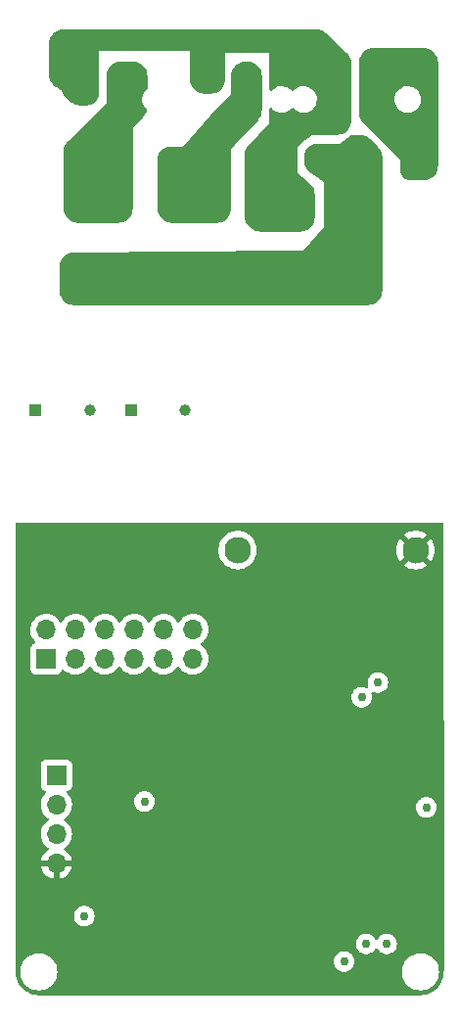
<source format=gbr>
%TF.GenerationSoftware,KiCad,Pcbnew,(5.99.0-10457-g21fde9b629)*%
%TF.CreationDate,2021-05-02T13:24:44-05:00*%
%TF.ProjectId,reptile-monitor,72657074-696c-4652-9d6d-6f6e69746f72,1*%
%TF.SameCoordinates,Original*%
%TF.FileFunction,Copper,L2,Inr*%
%TF.FilePolarity,Positive*%
%FSLAX46Y46*%
G04 Gerber Fmt 4.6, Leading zero omitted, Abs format (unit mm)*
G04 Created by KiCad (PCBNEW (5.99.0-10457-g21fde9b629)) date 2021-05-02 13:24:44*
%MOMM*%
%LPD*%
G01*
G04 APERTURE LIST*
%TA.AperFunction,ComponentPad*%
%ADD10R,1.570000X1.570000*%
%TD*%
%TA.AperFunction,ComponentPad*%
%ADD11C,1.570000*%
%TD*%
%TA.AperFunction,ComponentPad*%
%ADD12R,2.000000X2.300000*%
%TD*%
%TA.AperFunction,ComponentPad*%
%ADD13C,2.300000*%
%TD*%
%TA.AperFunction,ComponentPad*%
%ADD14R,1.700000X1.700000*%
%TD*%
%TA.AperFunction,ComponentPad*%
%ADD15O,1.700000X1.700000*%
%TD*%
%TA.AperFunction,ComponentPad*%
%ADD16R,1.000000X1.000000*%
%TD*%
%TA.AperFunction,ComponentPad*%
%ADD17C,2.167346*%
%TD*%
%TA.AperFunction,ComponentPad*%
%ADD18C,1.000000*%
%TD*%
%TA.AperFunction,ComponentPad*%
%ADD19R,1.575000X1.575000*%
%TD*%
%TA.AperFunction,ComponentPad*%
%ADD20C,1.575000*%
%TD*%
%TA.AperFunction,ComponentPad*%
%ADD21C,1.600000*%
%TD*%
%TA.AperFunction,ViaPad*%
%ADD22C,0.762000*%
%TD*%
G04 APERTURE END LIST*
D10*
%TO.N,/LOAD1*%
%TO.C,J7*%
X151868000Y-39430999D03*
D11*
%TO.N,/AC_N*%
X148868000Y-39430999D03*
%TD*%
D12*
%TO.N,/FUSED_AC_L*%
%TO.C,PS1*%
X161250000Y-50969500D03*
D13*
%TO.N,/AC_N*%
X156250000Y-50969500D03*
%TO.N,GND*%
X166450000Y-80369500D03*
%TO.N,+5V*%
X151050000Y-80369500D03*
%TD*%
D14*
%TO.N,+3V3*%
%TO.C,J1*%
X135382000Y-99832000D03*
D15*
%TO.N,/RXD0*%
X135382000Y-102372000D03*
%TO.N,/TXD0*%
X135382000Y-104912000D03*
%TO.N,GND*%
X135382000Y-107452000D03*
%TD*%
D16*
%TO.N,+5V*%
%TO.C,K1*%
X141845000Y-68304999D03*
D17*
%TO.N,/LOAD1*%
X146545001Y-49804998D03*
%TO.N,/FUSED_AC_L*%
X146545001Y-56804999D03*
D18*
%TO.N,/RLY1*%
X146545001Y-68304999D03*
%TD*%
D19*
%TO.N,/AC_L*%
%TO.C,F1*%
X167005000Y-45847000D03*
D20*
%TO.N,/FUSED_AC_L*%
X161925000Y-45847000D03*
%TD*%
D21*
%TO.N,/AC_N*%
%TO.C,RV1*%
X153456000Y-45451000D03*
%TO.N,/FUSED_AC_L*%
X158456000Y-46751000D03*
%TD*%
D14*
%TO.N,/IO18*%
%TO.C,J3*%
X134493000Y-89789000D03*
D15*
%TO.N,/IO19*%
X134493000Y-87249000D03*
%TO.N,/IO15*%
X137033000Y-89789000D03*
%TO.N,/IO5*%
X137033000Y-87249000D03*
%TO.N,/IO21*%
X139573000Y-89789000D03*
%TO.N,/IO22*%
X139573000Y-87249000D03*
%TO.N,/IO23*%
X142113000Y-89789000D03*
%TO.N,/IO36*%
X142113000Y-87249000D03*
%TO.N,/IO39*%
X144653000Y-89789000D03*
%TO.N,/IO25*%
X144653000Y-87249000D03*
%TO.N,/IO26*%
X147193000Y-89789000D03*
%TO.N,/IO27*%
X147193000Y-87249000D03*
%TD*%
D16*
%TO.N,+5V*%
%TO.C,K2*%
X133570000Y-68304999D03*
D17*
%TO.N,/LOAD2*%
X138270001Y-49804998D03*
%TO.N,/FUSED_AC_L*%
X138270001Y-56804999D03*
D18*
%TO.N,/RLY2*%
X138270001Y-68304999D03*
%TD*%
D10*
%TO.N,/LOAD2*%
%TO.C,J8*%
X140946000Y-39430999D03*
D11*
%TO.N,/AC_N*%
X137946000Y-39430999D03*
%TD*%
D10*
%TO.N,/AC_L*%
%TO.C,J2*%
X162766000Y-39430999D03*
D11*
%TO.N,/AC_N*%
X159766000Y-39430999D03*
%TD*%
D22*
%TO.N,/AC_L*%
X163195000Y-43561000D03*
%TO.N,/AC_N*%
X154813000Y-49530000D03*
%TO.N,/LOAD1*%
X145415000Y-47498000D03*
X149225000Y-51308000D03*
X149225000Y-49530000D03*
X149225000Y-47498000D03*
X147320000Y-47498000D03*
X147320000Y-45593000D03*
X149225000Y-45593000D03*
X149225000Y-43815000D03*
X151130000Y-43815000D03*
X152527000Y-41656000D03*
X151130000Y-41656000D03*
%TO.N,/LOAD2*%
X140970000Y-49530000D03*
X140970000Y-47498000D03*
X139065000Y-47498000D03*
X137160000Y-47498000D03*
X137160000Y-45593000D03*
X139065000Y-45593000D03*
X140970000Y-45593000D03*
X140970000Y-41529000D03*
X140970000Y-43561000D03*
X139065000Y-43561000D03*
%TO.N,/AC_N*%
X136144000Y-40005000D03*
X136144000Y-38227000D03*
X138049000Y-36576000D03*
X139954000Y-36576000D03*
X141859000Y-36576000D03*
X143764000Y-36576000D03*
X145542000Y-36576000D03*
X148209000Y-37846000D03*
X147320000Y-36576000D03*
X149225000Y-36576000D03*
X151003000Y-36576000D03*
X152908000Y-36576000D03*
X154813000Y-37211000D03*
X154813000Y-38989000D03*
X158750000Y-37211000D03*
X153035000Y-51308000D03*
X154813000Y-47521000D03*
X154813000Y-43561000D03*
X156845000Y-43561000D03*
X158750000Y-43561000D03*
X158727000Y-41760000D03*
X156845000Y-38989000D03*
X156845000Y-37211000D03*
X153035000Y-49530000D03*
X153035000Y-47498000D03*
X136144000Y-36576000D03*
%TO.N,/AC_L*%
X164973000Y-45466000D03*
X164846000Y-38862000D03*
X166751000Y-38862000D03*
X166728000Y-43538000D03*
X164950000Y-43538000D03*
X163172000Y-41760000D03*
%TO.N,/FUSED_AC_L*%
X161394000Y-56873000D03*
X161394000Y-55095000D03*
X161394000Y-53317000D03*
X160505000Y-47983000D03*
X159616000Y-57762000D03*
X159616000Y-55984000D03*
X159616000Y-54206000D03*
X157838000Y-57762000D03*
X157838000Y-55984000D03*
X156060000Y-57762000D03*
X156060000Y-55984000D03*
X154282000Y-57762000D03*
X154282000Y-55984000D03*
X152504000Y-57762000D03*
X152504000Y-55984000D03*
X150726000Y-57762000D03*
X150726000Y-55984000D03*
X148948000Y-57762000D03*
X148948000Y-55984000D03*
X144503000Y-57762000D03*
X144503000Y-55984000D03*
X142725000Y-57762000D03*
X142725000Y-55984000D03*
X140947000Y-57762000D03*
X140947000Y-55984000D03*
%TO.N,GND*%
X152654000Y-110617000D03*
X143256000Y-117602000D03*
X155575000Y-88646000D03*
X152654000Y-108839000D03*
X150876000Y-108839000D03*
X165129401Y-107001227D03*
X163703000Y-102616000D03*
X164084000Y-89281000D03*
X162687000Y-117602000D03*
X162306000Y-89154000D03*
X149098000Y-112522000D03*
X151384000Y-85344000D03*
X152654000Y-112522000D03*
X162306000Y-90551000D03*
X160147000Y-101092000D03*
X149098000Y-110617000D03*
X137795000Y-113538000D03*
X134150000Y-112776000D03*
X162463944Y-116131745D03*
X150876000Y-110617000D03*
X164465000Y-112015569D03*
X165862000Y-102616000D03*
X165354000Y-89281000D03*
X166751000Y-113030000D03*
X150876000Y-112522000D03*
X160274000Y-117856000D03*
X165098973Y-109072724D03*
X149098000Y-108839000D03*
%TO.N,+3V3*%
X161798000Y-93091000D03*
X162179000Y-114427000D03*
X160274000Y-115951000D03*
X163957000Y-114427000D03*
X167386000Y-102616000D03*
X163195000Y-91821000D03*
%TO.N,/IO0*%
X143002000Y-102108000D03*
X137795000Y-112014000D03*
%TD*%
%TA.AperFunction,Conductor*%
%TO.N,/AC_L*%
G36*
X167137474Y-36957479D02*
G01*
X167185516Y-36961682D01*
X167341555Y-36975334D01*
X167363178Y-36979146D01*
X167513625Y-37019458D01*
X167555718Y-37030737D01*
X167576358Y-37038249D01*
X167757015Y-37122492D01*
X167776026Y-37133468D01*
X167917489Y-37232522D01*
X167939314Y-37247804D01*
X167956138Y-37261922D01*
X168097078Y-37402862D01*
X168111196Y-37419686D01*
X168225532Y-37582974D01*
X168236508Y-37601985D01*
X168310102Y-37759807D01*
X168320751Y-37782643D01*
X168328263Y-37803282D01*
X168379853Y-37995818D01*
X168383667Y-38017448D01*
X168401521Y-38221526D01*
X168402000Y-38232507D01*
X168402000Y-47111493D01*
X168401521Y-47122474D01*
X168383667Y-47326552D01*
X168379853Y-47348182D01*
X168328263Y-47540718D01*
X168320751Y-47561357D01*
X168236508Y-47742015D01*
X168225532Y-47761026D01*
X168149002Y-47870322D01*
X168111196Y-47924314D01*
X168097078Y-47941138D01*
X167956138Y-48082078D01*
X167939314Y-48096196D01*
X167776026Y-48210532D01*
X167757015Y-48221508D01*
X167607116Y-48291408D01*
X167576357Y-48305751D01*
X167555717Y-48313263D01*
X167363178Y-48364854D01*
X167341555Y-48368666D01*
X167185516Y-48382318D01*
X167137474Y-48386521D01*
X167126493Y-48387000D01*
X165996078Y-48387000D01*
X165981972Y-48386208D01*
X165935438Y-48380965D01*
X165805284Y-48366300D01*
X165777777Y-48360021D01*
X165616678Y-48303650D01*
X165591257Y-48291408D01*
X165446737Y-48200600D01*
X165424678Y-48183008D01*
X165303992Y-48062322D01*
X165286400Y-48040263D01*
X165195592Y-47895743D01*
X165183350Y-47870322D01*
X165126979Y-47709223D01*
X165120700Y-47681716D01*
X165100792Y-47505030D01*
X165100000Y-47490922D01*
X165100000Y-46609000D01*
X161920351Y-43429351D01*
X161912056Y-43420200D01*
X161765903Y-43242111D01*
X161752185Y-43221581D01*
X161646524Y-43023904D01*
X161637071Y-43001084D01*
X161572004Y-42786585D01*
X161567186Y-42762359D01*
X161544607Y-42533112D01*
X161544000Y-42520762D01*
X161544000Y-41360935D01*
X164617894Y-41360935D01*
X164631640Y-41570664D01*
X164683376Y-41774376D01*
X164771370Y-41965249D01*
X164892674Y-42136890D01*
X165043226Y-42283551D01*
X165048022Y-42286756D01*
X165048025Y-42286758D01*
X165118454Y-42333817D01*
X165217983Y-42400320D01*
X165223286Y-42402598D01*
X165223289Y-42402600D01*
X165304256Y-42437386D01*
X165411094Y-42483287D01*
X165486692Y-42500393D01*
X165610454Y-42528398D01*
X165610460Y-42528399D01*
X165616091Y-42529673D01*
X165621862Y-42529900D01*
X165621864Y-42529900D01*
X165684342Y-42532355D01*
X165826108Y-42537925D01*
X165944480Y-42520762D01*
X166028398Y-42508595D01*
X166028403Y-42508594D01*
X166034112Y-42507766D01*
X166039576Y-42505911D01*
X166039581Y-42505910D01*
X166227669Y-42442062D01*
X166233137Y-42440206D01*
X166416518Y-42337508D01*
X166578112Y-42203111D01*
X166712509Y-42041517D01*
X166815207Y-41858136D01*
X166882767Y-41659111D01*
X166883595Y-41653402D01*
X166883596Y-41653397D01*
X166912393Y-41454781D01*
X166912926Y-41451107D01*
X166914500Y-41390999D01*
X166895268Y-41181701D01*
X166838217Y-40979413D01*
X166745257Y-40790909D01*
X166619502Y-40622502D01*
X166465163Y-40479833D01*
X166287408Y-40367678D01*
X166092192Y-40289795D01*
X166086532Y-40288669D01*
X166086528Y-40288668D01*
X165891719Y-40249918D01*
X165891714Y-40249918D01*
X165886051Y-40248791D01*
X165880276Y-40248715D01*
X165880272Y-40248715D01*
X165774597Y-40247332D01*
X165675890Y-40246039D01*
X165670193Y-40247018D01*
X165670192Y-40247018D01*
X165474443Y-40280654D01*
X165468746Y-40281633D01*
X165271558Y-40354380D01*
X165266597Y-40357332D01*
X165266596Y-40357332D01*
X165095897Y-40458887D01*
X165095894Y-40458889D01*
X165090929Y-40461843D01*
X165086589Y-40465649D01*
X165086585Y-40465652D01*
X164937249Y-40596617D01*
X164932908Y-40600424D01*
X164802787Y-40765481D01*
X164800098Y-40770592D01*
X164800096Y-40770595D01*
X164746494Y-40872476D01*
X164704924Y-40951487D01*
X164703210Y-40957008D01*
X164703208Y-40957012D01*
X164694525Y-40984977D01*
X164642597Y-41152212D01*
X164617894Y-41360935D01*
X161544000Y-41360935D01*
X161544000Y-38232507D01*
X161544479Y-38221526D01*
X161562333Y-38017448D01*
X161566147Y-37995818D01*
X161617737Y-37803282D01*
X161625249Y-37782643D01*
X161635898Y-37759807D01*
X161709492Y-37601985D01*
X161720468Y-37582974D01*
X161834804Y-37419686D01*
X161848922Y-37402862D01*
X161989862Y-37261922D01*
X162006686Y-37247804D01*
X162028511Y-37232522D01*
X162169974Y-37133468D01*
X162188985Y-37122492D01*
X162369642Y-37038249D01*
X162390282Y-37030737D01*
X162432375Y-37019458D01*
X162582822Y-36979146D01*
X162604445Y-36975334D01*
X162760484Y-36961682D01*
X162808526Y-36957479D01*
X162819507Y-36957000D01*
X167126493Y-36957000D01*
X167137474Y-36957479D01*
G37*
%TD.AperFunction*%
%TD*%
%TA.AperFunction,Conductor*%
%TO.N,/FUSED_AC_L*%
G36*
X161659112Y-44450607D02*
G01*
X161888361Y-44473186D01*
X161912582Y-44478003D01*
X162127088Y-44543072D01*
X162149901Y-44552523D01*
X162347584Y-44658187D01*
X162368111Y-44671903D01*
X162546200Y-44818056D01*
X162555351Y-44826351D01*
X163199649Y-45470649D01*
X163207944Y-45479800D01*
X163354097Y-45657889D01*
X163367813Y-45678416D01*
X163473476Y-45876096D01*
X163482928Y-45898912D01*
X163541879Y-46093250D01*
X163547996Y-46113415D01*
X163552814Y-46137641D01*
X163575393Y-46366888D01*
X163576000Y-46379238D01*
X163576000Y-57906493D01*
X163575521Y-57917474D01*
X163557667Y-58121552D01*
X163553853Y-58143182D01*
X163502263Y-58335718D01*
X163494751Y-58356357D01*
X163410508Y-58537015D01*
X163399532Y-58556026D01*
X163300478Y-58697489D01*
X163285196Y-58719314D01*
X163271078Y-58736138D01*
X163130138Y-58877078D01*
X163113314Y-58891196D01*
X162950026Y-59005532D01*
X162931015Y-59016508D01*
X162773193Y-59090102D01*
X162750357Y-59100751D01*
X162729717Y-59108263D01*
X162537178Y-59159854D01*
X162515555Y-59163666D01*
X162359516Y-59177318D01*
X162311474Y-59181521D01*
X162300493Y-59182000D01*
X136911507Y-59182000D01*
X136900526Y-59181521D01*
X136852484Y-59177318D01*
X136696445Y-59163666D01*
X136674822Y-59159854D01*
X136482283Y-59108263D01*
X136461643Y-59100751D01*
X136438807Y-59090102D01*
X136280985Y-59016508D01*
X136261974Y-59005532D01*
X136098686Y-58891196D01*
X136081862Y-58877078D01*
X135940922Y-58736138D01*
X135926804Y-58719314D01*
X135911522Y-58697489D01*
X135812468Y-58556026D01*
X135801492Y-58537015D01*
X135717249Y-58356357D01*
X135709737Y-58335718D01*
X135658147Y-58143182D01*
X135654333Y-58121552D01*
X135636479Y-57917474D01*
X135636000Y-57906493D01*
X135636000Y-55877850D01*
X135636476Y-55866910D01*
X135654194Y-55663614D01*
X135657979Y-55642065D01*
X135709178Y-55450218D01*
X135716633Y-55429648D01*
X135800252Y-55249540D01*
X135811154Y-55230571D01*
X135924662Y-55067653D01*
X135938680Y-55050855D01*
X136078667Y-54910021D01*
X136095382Y-54895900D01*
X136257620Y-54781409D01*
X136276522Y-54770394D01*
X136277709Y-54769834D01*
X136456126Y-54685690D01*
X136476636Y-54678117D01*
X136668178Y-54625761D01*
X136689704Y-54621846D01*
X136697432Y-54621126D01*
X136892900Y-54602904D01*
X136903805Y-54602363D01*
X146448664Y-54544863D01*
X155363536Y-54491160D01*
X156146331Y-54486444D01*
X156146333Y-54486444D01*
X156718000Y-54483000D01*
X158496000Y-52451000D01*
X158496000Y-48514000D01*
X157948900Y-48135238D01*
X157948897Y-48135236D01*
X157670500Y-47942500D01*
X157397113Y-47753232D01*
X157387462Y-47745838D01*
X157214517Y-47599555D01*
X157197572Y-47582156D01*
X157059730Y-47410183D01*
X157046438Y-47389857D01*
X156944155Y-47194643D01*
X156935009Y-47172145D01*
X156872075Y-46960923D01*
X156867416Y-46937087D01*
X156845587Y-46711642D01*
X156845000Y-46699499D01*
X156845000Y-46297687D01*
X156845607Y-46285337D01*
X156864526Y-46093250D01*
X156869343Y-46069029D01*
X156923572Y-45890260D01*
X156933021Y-45867450D01*
X157021078Y-45702708D01*
X157034801Y-45682171D01*
X157153306Y-45537772D01*
X157170772Y-45520306D01*
X157315171Y-45401801D01*
X157335708Y-45388078D01*
X157500450Y-45300021D01*
X157523260Y-45290572D01*
X157702029Y-45236343D01*
X157726250Y-45231526D01*
X157918337Y-45212607D01*
X157930687Y-45212000D01*
X159893000Y-45212000D01*
X160566286Y-44707036D01*
X160574610Y-44701300D01*
X160734330Y-44600481D01*
X160752265Y-44591084D01*
X160921379Y-44519147D01*
X160940587Y-44512745D01*
X161119037Y-44468827D01*
X161139021Y-44465583D01*
X161327284Y-44450407D01*
X161337408Y-44450000D01*
X161646762Y-44450000D01*
X161659112Y-44450607D01*
G37*
%TD.AperFunction*%
%TD*%
%TA.AperFunction,Conductor*%
%TO.N,/LOAD2*%
G36*
X141991474Y-38100479D02*
G01*
X142039516Y-38104682D01*
X142195555Y-38118334D01*
X142217178Y-38122146D01*
X142367625Y-38162458D01*
X142409718Y-38173737D01*
X142430358Y-38181249D01*
X142611015Y-38265492D01*
X142630026Y-38276468D01*
X142771489Y-38375522D01*
X142793314Y-38390804D01*
X142810138Y-38404922D01*
X142951078Y-38545862D01*
X142965196Y-38562686D01*
X143079532Y-38725974D01*
X143090508Y-38744985D01*
X143164102Y-38902807D01*
X143174751Y-38925643D01*
X143182263Y-38946282D01*
X143233853Y-39138818D01*
X143237667Y-39160448D01*
X143255521Y-39364526D01*
X143256000Y-39375507D01*
X143256000Y-40417845D01*
X143235998Y-40485966D01*
X143213078Y-40512577D01*
X143112908Y-40600424D01*
X142982787Y-40765481D01*
X142980098Y-40770592D01*
X142980096Y-40770595D01*
X142935310Y-40855720D01*
X142884924Y-40951487D01*
X142883210Y-40957008D01*
X142883208Y-40957012D01*
X142831082Y-41124887D01*
X142822597Y-41152212D01*
X142797894Y-41360935D01*
X142811640Y-41570664D01*
X142863376Y-41774376D01*
X142951370Y-41965249D01*
X143072674Y-42136890D01*
X143076808Y-42140917D01*
X143170843Y-42232522D01*
X143205680Y-42294383D01*
X143203495Y-42359352D01*
X143162928Y-42493083D01*
X143153476Y-42515903D01*
X143047815Y-42713581D01*
X143034097Y-42734111D01*
X142887944Y-42912200D01*
X142879649Y-42921351D01*
X141986000Y-43815000D01*
X141986000Y-50794493D01*
X141985521Y-50805474D01*
X141967667Y-51009552D01*
X141963853Y-51031182D01*
X141912263Y-51223718D01*
X141904751Y-51244357D01*
X141820508Y-51425015D01*
X141809532Y-51444026D01*
X141710478Y-51585489D01*
X141695196Y-51607314D01*
X141681078Y-51624138D01*
X141540138Y-51765078D01*
X141523314Y-51779196D01*
X141360026Y-51893532D01*
X141341015Y-51904508D01*
X141183193Y-51978102D01*
X141160357Y-51988751D01*
X141139717Y-51996263D01*
X140947178Y-52047854D01*
X140925555Y-52051666D01*
X140769516Y-52065318D01*
X140721474Y-52069521D01*
X140710493Y-52070000D01*
X137292507Y-52070000D01*
X137281526Y-52069521D01*
X137233484Y-52065318D01*
X137077445Y-52051666D01*
X137055822Y-52047854D01*
X136863283Y-51996263D01*
X136842643Y-51988751D01*
X136819807Y-51978102D01*
X136661985Y-51904508D01*
X136642974Y-51893532D01*
X136479686Y-51779196D01*
X136462862Y-51765078D01*
X136321922Y-51624138D01*
X136307804Y-51607314D01*
X136292522Y-51585489D01*
X136193468Y-51444026D01*
X136182492Y-51425015D01*
X136098249Y-51244357D01*
X136090737Y-51223718D01*
X136039147Y-51031182D01*
X136035333Y-51009552D01*
X136017479Y-50805474D01*
X136017000Y-50794493D01*
X136017000Y-45871238D01*
X136017607Y-45858888D01*
X136040186Y-45629641D01*
X136045004Y-45605415D01*
X136110071Y-45390916D01*
X136119524Y-45368096D01*
X136225185Y-45170419D01*
X136238903Y-45149889D01*
X136385056Y-44971800D01*
X136393351Y-44962649D01*
X139700000Y-41656000D01*
X139700000Y-39375507D01*
X139700479Y-39364526D01*
X139718333Y-39160448D01*
X139722147Y-39138818D01*
X139773737Y-38946282D01*
X139781249Y-38925643D01*
X139791898Y-38902807D01*
X139865492Y-38744985D01*
X139876468Y-38725974D01*
X139990804Y-38562686D01*
X140004922Y-38545862D01*
X140145862Y-38404922D01*
X140162686Y-38390804D01*
X140184511Y-38375522D01*
X140325974Y-38276468D01*
X140344985Y-38265492D01*
X140525642Y-38181249D01*
X140546282Y-38173737D01*
X140588375Y-38162458D01*
X140738822Y-38122146D01*
X140760445Y-38118334D01*
X140916484Y-38104682D01*
X140964526Y-38100479D01*
X140975507Y-38100000D01*
X141980493Y-38100000D01*
X141991474Y-38100479D01*
G37*
%TD.AperFunction*%
%TD*%
%TA.AperFunction,Conductor*%
%TO.N,/AC_N*%
G36*
X157867884Y-35306568D02*
G01*
X158089750Y-35327702D01*
X158113207Y-35332211D01*
X158321343Y-35393170D01*
X158343517Y-35402024D01*
X158500003Y-35482471D01*
X158536386Y-35501175D01*
X158556506Y-35514066D01*
X158731924Y-35651561D01*
X158740977Y-35659379D01*
X160510002Y-37339952D01*
X160517118Y-37347283D01*
X160644098Y-37489193D01*
X160656434Y-37505460D01*
X160756070Y-37661688D01*
X160765615Y-37679730D01*
X160838715Y-37850001D01*
X160845220Y-37869342D01*
X160889863Y-38049191D01*
X160893159Y-38069332D01*
X160908586Y-38259133D01*
X160909000Y-38269341D01*
X160909000Y-43174493D01*
X160908521Y-43185474D01*
X160890667Y-43389552D01*
X160886853Y-43411182D01*
X160835263Y-43603718D01*
X160827751Y-43624357D01*
X160743508Y-43805015D01*
X160732532Y-43824026D01*
X160633478Y-43965489D01*
X160618196Y-43987314D01*
X160604078Y-44004138D01*
X160463138Y-44145078D01*
X160446314Y-44159196D01*
X160283026Y-44273532D01*
X160264015Y-44284508D01*
X160106193Y-44358102D01*
X160083357Y-44368751D01*
X160062717Y-44376263D01*
X159870178Y-44427854D01*
X159848555Y-44431666D01*
X159692516Y-44445318D01*
X159644474Y-44449521D01*
X159633493Y-44450000D01*
X157480000Y-44450000D01*
X157132129Y-44728297D01*
X156686637Y-45084690D01*
X156686634Y-45084692D01*
X156210000Y-45466000D01*
X156210000Y-47752000D01*
X156669084Y-48134570D01*
X157272791Y-48637659D01*
X157280951Y-48645088D01*
X157426807Y-48790056D01*
X157441025Y-48806907D01*
X157556188Y-48970548D01*
X157567251Y-48989620D01*
X157652126Y-49170831D01*
X157659695Y-49191540D01*
X157711680Y-49384764D01*
X157715524Y-49406475D01*
X157733517Y-49611337D01*
X157734000Y-49622361D01*
X157734000Y-51556493D01*
X157733521Y-51567474D01*
X157715667Y-51771552D01*
X157711854Y-51793178D01*
X157671542Y-51943625D01*
X157660263Y-51985718D01*
X157652751Y-52006357D01*
X157568508Y-52187015D01*
X157557532Y-52206026D01*
X157478181Y-52319351D01*
X157443196Y-52369314D01*
X157429078Y-52386138D01*
X157288138Y-52527078D01*
X157271314Y-52541196D01*
X157108026Y-52655532D01*
X157089015Y-52666508D01*
X156953981Y-52729476D01*
X156908357Y-52750751D01*
X156887717Y-52758263D01*
X156695178Y-52809854D01*
X156673555Y-52813666D01*
X156517516Y-52827318D01*
X156469474Y-52831521D01*
X156458493Y-52832000D01*
X153059238Y-52832000D01*
X153046888Y-52831393D01*
X152817639Y-52808814D01*
X152793418Y-52803997D01*
X152578912Y-52738928D01*
X152556099Y-52729477D01*
X152358416Y-52623813D01*
X152337889Y-52610097D01*
X152159800Y-52463944D01*
X152150649Y-52455649D01*
X152014351Y-52319351D01*
X152006056Y-52310200D01*
X151859903Y-52132111D01*
X151846185Y-52111581D01*
X151789942Y-52006357D01*
X151740523Y-51913901D01*
X151731071Y-51891084D01*
X151666004Y-51676585D01*
X151661186Y-51652359D01*
X151638607Y-51423112D01*
X151638000Y-51410762D01*
X151638000Y-46230894D01*
X151638563Y-46218992D01*
X151659536Y-45997960D01*
X151664014Y-45974580D01*
X151724503Y-45767205D01*
X151733297Y-45745084D01*
X151831716Y-45552775D01*
X151844514Y-45532704D01*
X151981022Y-45357621D01*
X151988785Y-45348580D01*
X152236167Y-45086647D01*
X152837233Y-44450224D01*
X153448275Y-43803239D01*
X153448279Y-43803234D01*
X153450307Y-43801087D01*
X153450308Y-43801085D01*
X153797000Y-43434000D01*
X153797000Y-42242972D01*
X153817002Y-42174851D01*
X153870658Y-42128358D01*
X153940932Y-42118254D01*
X154005512Y-42147748D01*
X154010921Y-42152717D01*
X154145226Y-42283551D01*
X154150022Y-42286756D01*
X154150025Y-42286758D01*
X154220454Y-42333817D01*
X154319983Y-42400320D01*
X154325286Y-42402598D01*
X154325289Y-42402600D01*
X154390601Y-42430660D01*
X154513094Y-42483287D01*
X154588692Y-42500393D01*
X154712454Y-42528398D01*
X154712460Y-42528399D01*
X154718091Y-42529673D01*
X154723862Y-42529900D01*
X154723864Y-42529900D01*
X154786342Y-42532355D01*
X154928108Y-42537925D01*
X155032110Y-42522845D01*
X155130398Y-42508595D01*
X155130403Y-42508594D01*
X155136112Y-42507766D01*
X155141576Y-42505911D01*
X155141581Y-42505910D01*
X155329669Y-42442062D01*
X155335137Y-42440206D01*
X155518518Y-42337508D01*
X155680112Y-42203111D01*
X155683798Y-42198679D01*
X155683803Y-42198674D01*
X155718515Y-42156937D01*
X155777452Y-42117353D01*
X155848434Y-42115916D01*
X155903311Y-42147252D01*
X156043226Y-42283551D01*
X156048022Y-42286756D01*
X156048025Y-42286758D01*
X156118454Y-42333817D01*
X156217983Y-42400320D01*
X156223286Y-42402598D01*
X156223289Y-42402600D01*
X156288601Y-42430660D01*
X156411094Y-42483287D01*
X156486692Y-42500393D01*
X156610454Y-42528398D01*
X156610460Y-42528399D01*
X156616091Y-42529673D01*
X156621862Y-42529900D01*
X156621864Y-42529900D01*
X156684342Y-42532355D01*
X156826108Y-42537925D01*
X156930110Y-42522845D01*
X157028398Y-42508595D01*
X157028403Y-42508594D01*
X157034112Y-42507766D01*
X157039576Y-42505911D01*
X157039581Y-42505910D01*
X157227669Y-42442062D01*
X157233137Y-42440206D01*
X157416518Y-42337508D01*
X157578112Y-42203111D01*
X157712509Y-42041517D01*
X157815207Y-41858136D01*
X157843640Y-41774376D01*
X157880911Y-41664580D01*
X157880912Y-41664575D01*
X157882767Y-41659111D01*
X157883595Y-41653402D01*
X157883596Y-41653397D01*
X157912393Y-41454781D01*
X157912926Y-41451107D01*
X157914500Y-41390999D01*
X157895268Y-41181701D01*
X157838217Y-40979413D01*
X157745257Y-40790909D01*
X157725549Y-40764516D01*
X157622955Y-40627126D01*
X157622954Y-40627125D01*
X157619502Y-40622502D01*
X157583344Y-40589078D01*
X157469403Y-40483752D01*
X157469400Y-40483750D01*
X157465163Y-40479833D01*
X157287408Y-40367678D01*
X157092192Y-40289795D01*
X157086532Y-40288669D01*
X157086528Y-40288668D01*
X156891719Y-40249918D01*
X156891714Y-40249918D01*
X156886051Y-40248791D01*
X156880276Y-40248715D01*
X156880272Y-40248715D01*
X156774597Y-40247332D01*
X156675890Y-40246039D01*
X156670193Y-40247018D01*
X156670192Y-40247018D01*
X156474443Y-40280654D01*
X156468746Y-40281633D01*
X156271558Y-40354380D01*
X156266597Y-40357332D01*
X156266596Y-40357332D01*
X156095897Y-40458887D01*
X156095894Y-40458889D01*
X156090929Y-40461843D01*
X156086589Y-40465649D01*
X156086585Y-40465652D01*
X155945846Y-40589078D01*
X155932908Y-40600424D01*
X155929332Y-40604960D01*
X155917161Y-40620399D01*
X155859280Y-40661512D01*
X155788360Y-40664806D01*
X155724693Y-40626775D01*
X155721502Y-40622502D01*
X155702526Y-40604960D01*
X155571403Y-40483752D01*
X155571400Y-40483750D01*
X155567163Y-40479833D01*
X155389408Y-40367678D01*
X155194192Y-40289795D01*
X155188532Y-40288669D01*
X155188528Y-40288668D01*
X154993719Y-40249918D01*
X154993714Y-40249918D01*
X154988051Y-40248791D01*
X154982276Y-40248715D01*
X154982272Y-40248715D01*
X154876597Y-40247332D01*
X154777890Y-40246039D01*
X154772193Y-40247018D01*
X154772192Y-40247018D01*
X154576443Y-40280654D01*
X154570746Y-40281633D01*
X154373558Y-40354380D01*
X154368597Y-40357332D01*
X154368596Y-40357332D01*
X154197897Y-40458887D01*
X154197894Y-40458889D01*
X154192929Y-40461843D01*
X154188589Y-40465649D01*
X154188585Y-40465652D01*
X154047846Y-40589078D01*
X154034908Y-40600424D01*
X154031333Y-40604959D01*
X154031332Y-40604960D01*
X154021950Y-40616861D01*
X153964068Y-40657974D01*
X153893148Y-40661268D01*
X153831706Y-40625696D01*
X153799249Y-40562553D01*
X153797000Y-40538855D01*
X153797000Y-37338000D01*
X149987000Y-37338000D01*
X149987000Y-39618493D01*
X149986521Y-39629474D01*
X149968667Y-39833552D01*
X149964853Y-39855182D01*
X149913263Y-40047718D01*
X149905751Y-40068357D01*
X149821508Y-40249015D01*
X149810532Y-40268026D01*
X149751465Y-40352382D01*
X149696196Y-40431314D01*
X149682078Y-40448138D01*
X149541138Y-40589078D01*
X149524314Y-40603196D01*
X149361026Y-40717532D01*
X149342015Y-40728508D01*
X149184193Y-40802102D01*
X149161357Y-40812751D01*
X149140717Y-40820263D01*
X148948178Y-40871854D01*
X148926555Y-40875666D01*
X148770516Y-40889318D01*
X148722474Y-40893521D01*
X148711493Y-40894000D01*
X148214507Y-40894000D01*
X148203526Y-40893521D01*
X148155484Y-40889318D01*
X147999445Y-40875666D01*
X147977822Y-40871854D01*
X147785283Y-40820263D01*
X147764643Y-40812751D01*
X147741807Y-40802102D01*
X147583985Y-40728508D01*
X147564974Y-40717532D01*
X147401686Y-40603196D01*
X147384862Y-40589078D01*
X147243922Y-40448138D01*
X147229804Y-40431314D01*
X147174535Y-40352382D01*
X147115468Y-40268026D01*
X147104492Y-40249015D01*
X147020249Y-40068357D01*
X147012737Y-40047718D01*
X146961147Y-39855182D01*
X146957333Y-39833552D01*
X146939479Y-39629474D01*
X146939000Y-39618493D01*
X146939000Y-37211000D01*
X139065000Y-37211000D01*
X139065000Y-40824313D01*
X139064393Y-40836663D01*
X139045474Y-41028750D01*
X139040657Y-41052971D01*
X138986428Y-41231740D01*
X138976979Y-41254550D01*
X138888922Y-41419292D01*
X138875199Y-41439829D01*
X138756694Y-41584228D01*
X138739228Y-41601694D01*
X138594829Y-41720199D01*
X138574294Y-41733921D01*
X138409550Y-41821979D01*
X138386740Y-41831428D01*
X138207971Y-41885657D01*
X138183750Y-41890474D01*
X137991663Y-41909393D01*
X137979313Y-41910000D01*
X137438238Y-41910000D01*
X137425888Y-41909393D01*
X137196639Y-41886814D01*
X137172418Y-41881997D01*
X136957912Y-41816928D01*
X136935099Y-41807477D01*
X136737416Y-41701813D01*
X136716889Y-41688097D01*
X136538800Y-41541944D01*
X136529649Y-41533649D01*
X136058280Y-41062280D01*
X136026107Y-41007390D01*
X136018217Y-40979413D01*
X135925257Y-40790909D01*
X135905549Y-40764516D01*
X135802955Y-40627126D01*
X135802954Y-40627125D01*
X135799502Y-40622502D01*
X135763344Y-40589078D01*
X135649403Y-40483752D01*
X135649400Y-40483750D01*
X135645163Y-40479833D01*
X135467408Y-40367678D01*
X135318900Y-40308429D01*
X135276494Y-40280494D01*
X135123351Y-40127351D01*
X135115056Y-40118200D01*
X134968903Y-39940111D01*
X134955185Y-39919581D01*
X134909202Y-39833552D01*
X134849523Y-39721901D01*
X134840071Y-39699084D01*
X134818956Y-39629474D01*
X134775003Y-39484582D01*
X134770186Y-39460359D01*
X134747607Y-39231112D01*
X134747000Y-39218762D01*
X134747000Y-36581507D01*
X134747479Y-36570526D01*
X134765333Y-36366448D01*
X134769147Y-36344818D01*
X134820737Y-36152282D01*
X134828249Y-36131643D01*
X134838898Y-36108807D01*
X134912492Y-35950985D01*
X134923468Y-35931974D01*
X135037804Y-35768686D01*
X135051922Y-35751862D01*
X135192862Y-35610922D01*
X135209686Y-35596804D01*
X135231511Y-35581522D01*
X135372974Y-35482468D01*
X135391985Y-35471492D01*
X135572642Y-35387249D01*
X135593282Y-35379737D01*
X135635375Y-35368458D01*
X135785822Y-35328146D01*
X135807445Y-35324334D01*
X135963484Y-35310682D01*
X136011526Y-35306479D01*
X136022507Y-35306000D01*
X157855936Y-35306000D01*
X157867884Y-35306568D01*
G37*
%TD.AperFunction*%
%TD*%
%TA.AperFunction,Conductor*%
%TO.N,/LOAD1*%
G36*
X151897474Y-38100479D02*
G01*
X151945516Y-38104682D01*
X152101555Y-38118334D01*
X152123178Y-38122146D01*
X152273625Y-38162458D01*
X152315718Y-38173737D01*
X152336358Y-38181249D01*
X152517015Y-38265492D01*
X152536026Y-38276468D01*
X152677489Y-38375522D01*
X152699314Y-38390804D01*
X152716138Y-38404922D01*
X152857078Y-38545862D01*
X152871196Y-38562686D01*
X152985532Y-38725974D01*
X152996508Y-38744985D01*
X153070102Y-38902807D01*
X153080751Y-38925643D01*
X153088263Y-38946282D01*
X153139853Y-39138818D01*
X153143667Y-39160448D01*
X153161521Y-39364526D01*
X153162000Y-39375507D01*
X153162000Y-42300605D01*
X153161461Y-42312243D01*
X153141411Y-42528396D01*
X153137130Y-42551275D01*
X153079263Y-42754429D01*
X153070846Y-42776130D01*
X152976601Y-42965169D01*
X152964337Y-42984951D01*
X152833393Y-43158105D01*
X152825943Y-43167063D01*
X150829088Y-45354093D01*
X150829077Y-45354106D01*
X150495000Y-45720000D01*
X150495000Y-50794493D01*
X150494521Y-50805474D01*
X150476667Y-51009552D01*
X150472853Y-51031182D01*
X150421263Y-51223718D01*
X150413751Y-51244357D01*
X150329508Y-51425015D01*
X150318532Y-51444026D01*
X150219478Y-51585489D01*
X150204196Y-51607314D01*
X150190078Y-51624138D01*
X150049138Y-51765078D01*
X150032314Y-51779196D01*
X149869026Y-51893532D01*
X149850015Y-51904508D01*
X149692193Y-51978102D01*
X149669357Y-51988751D01*
X149648717Y-51996263D01*
X149456178Y-52047854D01*
X149434555Y-52051666D01*
X149278516Y-52065318D01*
X149230474Y-52069521D01*
X149219493Y-52070000D01*
X145420507Y-52070000D01*
X145409526Y-52069521D01*
X145361484Y-52065318D01*
X145205445Y-52051666D01*
X145183822Y-52047854D01*
X144991283Y-51996263D01*
X144970643Y-51988751D01*
X144947807Y-51978102D01*
X144789985Y-51904508D01*
X144770974Y-51893532D01*
X144607686Y-51779196D01*
X144590862Y-51765078D01*
X144449922Y-51624138D01*
X144435804Y-51607314D01*
X144420522Y-51585489D01*
X144321468Y-51444026D01*
X144310492Y-51425015D01*
X144226249Y-51244357D01*
X144218737Y-51223718D01*
X144167147Y-51031182D01*
X144163333Y-51009552D01*
X144145479Y-50805474D01*
X144145000Y-50794493D01*
X144145000Y-46551687D01*
X144145607Y-46539337D01*
X144164526Y-46347250D01*
X144169343Y-46323029D01*
X144223572Y-46144260D01*
X144233021Y-46121450D01*
X144321078Y-45956708D01*
X144334801Y-45936171D01*
X144453306Y-45791772D01*
X144470772Y-45774306D01*
X144615171Y-45655801D01*
X144635708Y-45642078D01*
X144800450Y-45554021D01*
X144823260Y-45544572D01*
X145002029Y-45490343D01*
X145026250Y-45485526D01*
X145218337Y-45466607D01*
X145230687Y-45466000D01*
X146304000Y-45466000D01*
X148748750Y-42799000D01*
X150161186Y-41258161D01*
X150161187Y-41258159D01*
X150495000Y-40894000D01*
X150495000Y-39375507D01*
X150495479Y-39364526D01*
X150513333Y-39160448D01*
X150517147Y-39138818D01*
X150568737Y-38946282D01*
X150576249Y-38925643D01*
X150586898Y-38902807D01*
X150660492Y-38744985D01*
X150671468Y-38725974D01*
X150785804Y-38562686D01*
X150799922Y-38545862D01*
X150940862Y-38404922D01*
X150957686Y-38390804D01*
X150979511Y-38375522D01*
X151120974Y-38276468D01*
X151139985Y-38265492D01*
X151320642Y-38181249D01*
X151341282Y-38173737D01*
X151383375Y-38162458D01*
X151533822Y-38122146D01*
X151555445Y-38118334D01*
X151711484Y-38104682D01*
X151759526Y-38100479D01*
X151770507Y-38100000D01*
X151886493Y-38100000D01*
X151897474Y-38100479D01*
G37*
%TD.AperFunction*%
%TD*%
%TA.AperFunction,Conductor*%
%TO.N,GND*%
G36*
X168839710Y-77998002D02*
G01*
X168886203Y-78051658D01*
X168897589Y-78103983D01*
X168898855Y-87251963D01*
X168901024Y-102924745D01*
X168902935Y-116728345D01*
X168902938Y-116753093D01*
X168901155Y-116774228D01*
X168898531Y-116789665D01*
X168898463Y-116794532D01*
X168898463Y-116794534D01*
X168896706Y-116920623D01*
X168896488Y-116926473D01*
X168893654Y-116973334D01*
X168892966Y-116980902D01*
X168887842Y-117023103D01*
X168869129Y-117177213D01*
X168867984Y-117184736D01*
X168862229Y-117216141D01*
X168860632Y-117223584D01*
X168818864Y-117393046D01*
X168813312Y-117415570D01*
X168811267Y-117422903D01*
X168801761Y-117453407D01*
X168799279Y-117460600D01*
X168729170Y-117645463D01*
X168726258Y-117652494D01*
X168713156Y-117681606D01*
X168709823Y-117688450D01*
X168617934Y-117863530D01*
X168614198Y-117870156D01*
X168608629Y-117879369D01*
X168597667Y-117897503D01*
X168593543Y-117903882D01*
X168482080Y-118065364D01*
X168481223Y-118066606D01*
X168476711Y-118072738D01*
X168456999Y-118097898D01*
X168452127Y-118103743D01*
X168321015Y-118251738D01*
X168315798Y-118257280D01*
X168293238Y-118279840D01*
X168287696Y-118285058D01*
X168139676Y-118416191D01*
X168133830Y-118421063D01*
X168108689Y-118440760D01*
X168102558Y-118445271D01*
X167939840Y-118557587D01*
X167933462Y-118561712D01*
X167906087Y-118578260D01*
X167899490Y-118581980D01*
X167724401Y-118673874D01*
X167717573Y-118677199D01*
X167704268Y-118683187D01*
X167688450Y-118690305D01*
X167681425Y-118693215D01*
X167625033Y-118714602D01*
X167496521Y-118763340D01*
X167489341Y-118765818D01*
X167458854Y-118775318D01*
X167451523Y-118777362D01*
X167259540Y-118824682D01*
X167252097Y-118826279D01*
X167220680Y-118832036D01*
X167213157Y-118833181D01*
X167110522Y-118845644D01*
X167016848Y-118857018D01*
X167009298Y-118857704D01*
X166962419Y-118860539D01*
X166956573Y-118860757D01*
X166828892Y-118862536D01*
X166811860Y-118865218D01*
X166810285Y-118865466D01*
X166790686Y-118867000D01*
X133950958Y-118867000D01*
X133929841Y-118865218D01*
X133919135Y-118863398D01*
X133914335Y-118862582D01*
X133909470Y-118862514D01*
X133909468Y-118862514D01*
X133783377Y-118860757D01*
X133777529Y-118860539D01*
X133730651Y-118857704D01*
X133723099Y-118857017D01*
X133642424Y-118847222D01*
X133526787Y-118833180D01*
X133519264Y-118832035D01*
X133487859Y-118826280D01*
X133480416Y-118824683D01*
X133478697Y-118824259D01*
X133288421Y-118777360D01*
X133281097Y-118775318D01*
X133250593Y-118765812D01*
X133243400Y-118763330D01*
X133058537Y-118693221D01*
X133051506Y-118690309D01*
X133040086Y-118685170D01*
X133022390Y-118677205D01*
X133015550Y-118673874D01*
X132840470Y-118581985D01*
X132833844Y-118578249D01*
X132824631Y-118572680D01*
X132806479Y-118561707D01*
X132800108Y-118557587D01*
X132637385Y-118445267D01*
X132631262Y-118440762D01*
X132631260Y-118440760D01*
X132606102Y-118421050D01*
X132600257Y-118416178D01*
X132452262Y-118285066D01*
X132446720Y-118279849D01*
X132424160Y-118257289D01*
X132418942Y-118251747D01*
X132287809Y-118103727D01*
X132282937Y-118097881D01*
X132263240Y-118072740D01*
X132258729Y-118066609D01*
X132146413Y-117903891D01*
X132142282Y-117897503D01*
X132125740Y-117870138D01*
X132122020Y-117863541D01*
X132030126Y-117688452D01*
X132026801Y-117681624D01*
X132020813Y-117668319D01*
X132013695Y-117652501D01*
X132010785Y-117645476D01*
X131940670Y-117460600D01*
X131940660Y-117460572D01*
X131938182Y-117453392D01*
X131928682Y-117422905D01*
X131926638Y-117415574D01*
X131879318Y-117223591D01*
X131877724Y-117216167D01*
X131871963Y-117184729D01*
X131870819Y-117177207D01*
X131852107Y-117023103D01*
X131846982Y-116980899D01*
X131846297Y-116973352D01*
X131843461Y-116926468D01*
X131843243Y-116920621D01*
X131842128Y-116840600D01*
X131842120Y-116840000D01*
X132244500Y-116840000D01*
X132264365Y-117092407D01*
X132265519Y-117097214D01*
X132265520Y-117097220D01*
X132295859Y-117223591D01*
X132323470Y-117338599D01*
X132325363Y-117343170D01*
X132325364Y-117343172D01*
X132374005Y-117460600D01*
X132420361Y-117572514D01*
X132552651Y-117788392D01*
X132555862Y-117792152D01*
X132555866Y-117792157D01*
X132701178Y-117962295D01*
X132717083Y-117980917D01*
X132720845Y-117984130D01*
X132905843Y-118142134D01*
X132905848Y-118142138D01*
X132909608Y-118145349D01*
X133125486Y-118277639D01*
X133130056Y-118279532D01*
X133130060Y-118279534D01*
X133354828Y-118372636D01*
X133359401Y-118374530D01*
X133438251Y-118393460D01*
X133600780Y-118432480D01*
X133600786Y-118432481D01*
X133605593Y-118433635D01*
X133858000Y-118453500D01*
X134110407Y-118433635D01*
X134115214Y-118432481D01*
X134115220Y-118432480D01*
X134277749Y-118393460D01*
X134356599Y-118374530D01*
X134361172Y-118372636D01*
X134585940Y-118279534D01*
X134585944Y-118279532D01*
X134590514Y-118277639D01*
X134806392Y-118145349D01*
X134810152Y-118142138D01*
X134810157Y-118142134D01*
X134995155Y-117984130D01*
X134998917Y-117980917D01*
X135014822Y-117962295D01*
X135160134Y-117792157D01*
X135160138Y-117792152D01*
X135163349Y-117788392D01*
X135295639Y-117572514D01*
X135341996Y-117460600D01*
X135390636Y-117343172D01*
X135390637Y-117343170D01*
X135392530Y-117338599D01*
X135420141Y-117223591D01*
X135450480Y-117097220D01*
X135450481Y-117097214D01*
X135451635Y-117092407D01*
X135471500Y-116840000D01*
X135451635Y-116587593D01*
X135392530Y-116341401D01*
X135378919Y-116308541D01*
X135297534Y-116112060D01*
X135297532Y-116112056D01*
X135295639Y-116107486D01*
X135199744Y-115951000D01*
X159379500Y-115951000D01*
X159399047Y-116136977D01*
X159456834Y-116314826D01*
X159460137Y-116320548D01*
X159460138Y-116320549D01*
X159547031Y-116471054D01*
X159547034Y-116471058D01*
X159550334Y-116476774D01*
X159675463Y-116615743D01*
X159826750Y-116725660D01*
X159832778Y-116728344D01*
X159832780Y-116728345D01*
X159991553Y-116799035D01*
X159997584Y-116801720D01*
X160089042Y-116821160D01*
X160174042Y-116839228D01*
X160174047Y-116839228D01*
X160180499Y-116840600D01*
X160367501Y-116840600D01*
X160370323Y-116840000D01*
X165264500Y-116840000D01*
X165284365Y-117092407D01*
X165285519Y-117097214D01*
X165285520Y-117097220D01*
X165315859Y-117223591D01*
X165343470Y-117338599D01*
X165345363Y-117343170D01*
X165345364Y-117343172D01*
X165394005Y-117460600D01*
X165440361Y-117572514D01*
X165572651Y-117788392D01*
X165575862Y-117792152D01*
X165575866Y-117792157D01*
X165721178Y-117962295D01*
X165737083Y-117980917D01*
X165740845Y-117984130D01*
X165925843Y-118142134D01*
X165925848Y-118142138D01*
X165929608Y-118145349D01*
X166145486Y-118277639D01*
X166150056Y-118279532D01*
X166150060Y-118279534D01*
X166374828Y-118372636D01*
X166379401Y-118374530D01*
X166458251Y-118393460D01*
X166620780Y-118432480D01*
X166620786Y-118432481D01*
X166625593Y-118433635D01*
X166878000Y-118453500D01*
X167130407Y-118433635D01*
X167135214Y-118432481D01*
X167135220Y-118432480D01*
X167297749Y-118393460D01*
X167376599Y-118374530D01*
X167381172Y-118372636D01*
X167605940Y-118279534D01*
X167605944Y-118279532D01*
X167610514Y-118277639D01*
X167826392Y-118145349D01*
X167830152Y-118142138D01*
X167830157Y-118142134D01*
X168015155Y-117984130D01*
X168018917Y-117980917D01*
X168034822Y-117962295D01*
X168180134Y-117792157D01*
X168180138Y-117792152D01*
X168183349Y-117788392D01*
X168315639Y-117572514D01*
X168361996Y-117460600D01*
X168410636Y-117343172D01*
X168410637Y-117343170D01*
X168412530Y-117338599D01*
X168440141Y-117223591D01*
X168470480Y-117097220D01*
X168470481Y-117097214D01*
X168471635Y-117092407D01*
X168491500Y-116840000D01*
X168471635Y-116587593D01*
X168412530Y-116341401D01*
X168398919Y-116308541D01*
X168317534Y-116112060D01*
X168317532Y-116112056D01*
X168315639Y-116107486D01*
X168183349Y-115891608D01*
X168180138Y-115887848D01*
X168180134Y-115887843D01*
X168022130Y-115702845D01*
X168018917Y-115699083D01*
X168000295Y-115683178D01*
X167830157Y-115537866D01*
X167830152Y-115537862D01*
X167826392Y-115534651D01*
X167610514Y-115402361D01*
X167605944Y-115400468D01*
X167605940Y-115400466D01*
X167381172Y-115307364D01*
X167381170Y-115307363D01*
X167376599Y-115305470D01*
X167261011Y-115277720D01*
X167135220Y-115247520D01*
X167135214Y-115247519D01*
X167130407Y-115246365D01*
X166878000Y-115226500D01*
X166625593Y-115246365D01*
X166620786Y-115247519D01*
X166620780Y-115247520D01*
X166494989Y-115277720D01*
X166379401Y-115305470D01*
X166374830Y-115307363D01*
X166374828Y-115307364D01*
X166150060Y-115400466D01*
X166150056Y-115400468D01*
X166145486Y-115402361D01*
X165929608Y-115534651D01*
X165925848Y-115537862D01*
X165925843Y-115537866D01*
X165755705Y-115683178D01*
X165737083Y-115699083D01*
X165733870Y-115702845D01*
X165575866Y-115887843D01*
X165575862Y-115887848D01*
X165572651Y-115891608D01*
X165440361Y-116107486D01*
X165438468Y-116112056D01*
X165438466Y-116112060D01*
X165357081Y-116308541D01*
X165343470Y-116341401D01*
X165284365Y-116587593D01*
X165264500Y-116840000D01*
X160370323Y-116840000D01*
X160373953Y-116839228D01*
X160373958Y-116839228D01*
X160458958Y-116821160D01*
X160550416Y-116801720D01*
X160556447Y-116799035D01*
X160715220Y-116728345D01*
X160715222Y-116728344D01*
X160721250Y-116725660D01*
X160872537Y-116615743D01*
X160997666Y-116476774D01*
X161000966Y-116471058D01*
X161000969Y-116471054D01*
X161087862Y-116320549D01*
X161087863Y-116320548D01*
X161091166Y-116314826D01*
X161148953Y-116136977D01*
X161168500Y-115951000D01*
X161148953Y-115765023D01*
X161091166Y-115587174D01*
X161087862Y-115581451D01*
X161000969Y-115430946D01*
X161000966Y-115430942D01*
X160997666Y-115425226D01*
X160872537Y-115286257D01*
X160790289Y-115226500D01*
X160726592Y-115180221D01*
X160726591Y-115180220D01*
X160721250Y-115176340D01*
X160715222Y-115173656D01*
X160715220Y-115173655D01*
X160556447Y-115102965D01*
X160556446Y-115102965D01*
X160550416Y-115100280D01*
X160458958Y-115080840D01*
X160373958Y-115062772D01*
X160373953Y-115062772D01*
X160367501Y-115061400D01*
X160180499Y-115061400D01*
X160174047Y-115062772D01*
X160174042Y-115062772D01*
X160089042Y-115080840D01*
X159997584Y-115100280D01*
X159991554Y-115102965D01*
X159991553Y-115102965D01*
X159832780Y-115173655D01*
X159832778Y-115173656D01*
X159826750Y-115176340D01*
X159821409Y-115180220D01*
X159821408Y-115180221D01*
X159757711Y-115226500D01*
X159675463Y-115286257D01*
X159550334Y-115425226D01*
X159547034Y-115430942D01*
X159547031Y-115430946D01*
X159460138Y-115581451D01*
X159456834Y-115587174D01*
X159399047Y-115765023D01*
X159379500Y-115951000D01*
X135199744Y-115951000D01*
X135163349Y-115891608D01*
X135160138Y-115887848D01*
X135160134Y-115887843D01*
X135002130Y-115702845D01*
X134998917Y-115699083D01*
X134980295Y-115683178D01*
X134810157Y-115537866D01*
X134810152Y-115537862D01*
X134806392Y-115534651D01*
X134590514Y-115402361D01*
X134585944Y-115400468D01*
X134585940Y-115400466D01*
X134361172Y-115307364D01*
X134361170Y-115307363D01*
X134356599Y-115305470D01*
X134241011Y-115277720D01*
X134115220Y-115247520D01*
X134115214Y-115247519D01*
X134110407Y-115246365D01*
X133858000Y-115226500D01*
X133605593Y-115246365D01*
X133600786Y-115247519D01*
X133600780Y-115247520D01*
X133474989Y-115277720D01*
X133359401Y-115305470D01*
X133354830Y-115307363D01*
X133354828Y-115307364D01*
X133130060Y-115400466D01*
X133130056Y-115400468D01*
X133125486Y-115402361D01*
X132909608Y-115534651D01*
X132905848Y-115537862D01*
X132905843Y-115537866D01*
X132735705Y-115683178D01*
X132717083Y-115699083D01*
X132713870Y-115702845D01*
X132555866Y-115887843D01*
X132555862Y-115887848D01*
X132552651Y-115891608D01*
X132420361Y-116107486D01*
X132418468Y-116112056D01*
X132418466Y-116112060D01*
X132337081Y-116308541D01*
X132323470Y-116341401D01*
X132264365Y-116587593D01*
X132244500Y-116840000D01*
X131842120Y-116840000D01*
X131841464Y-116792943D01*
X131838522Y-116774257D01*
X131836989Y-116754682D01*
X131836970Y-116615743D01*
X131836667Y-114427000D01*
X161284500Y-114427000D01*
X161304047Y-114612977D01*
X161361834Y-114790826D01*
X161365137Y-114796548D01*
X161365138Y-114796549D01*
X161452031Y-114947054D01*
X161452034Y-114947058D01*
X161455334Y-114952774D01*
X161580463Y-115091743D01*
X161585802Y-115095622D01*
X161693205Y-115173655D01*
X161731750Y-115201660D01*
X161737778Y-115204344D01*
X161737780Y-115204345D01*
X161896553Y-115275035D01*
X161902584Y-115277720D01*
X161994042Y-115297160D01*
X162079042Y-115315228D01*
X162079047Y-115315228D01*
X162085499Y-115316600D01*
X162272501Y-115316600D01*
X162278953Y-115315228D01*
X162278958Y-115315228D01*
X162363958Y-115297160D01*
X162455416Y-115277720D01*
X162461447Y-115275035D01*
X162620220Y-115204345D01*
X162620222Y-115204344D01*
X162626250Y-115201660D01*
X162664796Y-115173655D01*
X162772198Y-115095622D01*
X162777537Y-115091743D01*
X162902666Y-114952774D01*
X162905966Y-114947058D01*
X162905969Y-114947054D01*
X162958881Y-114855406D01*
X163010263Y-114806413D01*
X163079977Y-114792976D01*
X163145888Y-114819363D01*
X163177119Y-114855406D01*
X163230031Y-114947054D01*
X163230034Y-114947058D01*
X163233334Y-114952774D01*
X163358463Y-115091743D01*
X163363802Y-115095622D01*
X163471205Y-115173655D01*
X163509750Y-115201660D01*
X163515778Y-115204344D01*
X163515780Y-115204345D01*
X163674553Y-115275035D01*
X163680584Y-115277720D01*
X163772042Y-115297160D01*
X163857042Y-115315228D01*
X163857047Y-115315228D01*
X163863499Y-115316600D01*
X164050501Y-115316600D01*
X164056953Y-115315228D01*
X164056958Y-115315228D01*
X164141958Y-115297160D01*
X164233416Y-115277720D01*
X164239447Y-115275035D01*
X164398220Y-115204345D01*
X164398222Y-115204344D01*
X164404250Y-115201660D01*
X164442796Y-115173655D01*
X164550198Y-115095622D01*
X164555537Y-115091743D01*
X164680666Y-114952774D01*
X164683966Y-114947058D01*
X164683969Y-114947054D01*
X164770862Y-114796549D01*
X164770863Y-114796548D01*
X164774166Y-114790826D01*
X164831953Y-114612977D01*
X164851500Y-114427000D01*
X164831953Y-114241023D01*
X164774166Y-114063174D01*
X164736881Y-113998594D01*
X164683969Y-113906946D01*
X164683966Y-113906942D01*
X164680666Y-113901226D01*
X164555537Y-113762257D01*
X164404250Y-113652340D01*
X164398222Y-113649656D01*
X164398220Y-113649655D01*
X164239447Y-113578965D01*
X164239446Y-113578965D01*
X164233416Y-113576280D01*
X164141959Y-113556840D01*
X164056958Y-113538772D01*
X164056953Y-113538772D01*
X164050501Y-113537400D01*
X163863499Y-113537400D01*
X163857047Y-113538772D01*
X163857042Y-113538772D01*
X163772041Y-113556840D01*
X163680584Y-113576280D01*
X163674554Y-113578965D01*
X163674553Y-113578965D01*
X163515780Y-113649655D01*
X163515778Y-113649656D01*
X163509750Y-113652340D01*
X163358463Y-113762257D01*
X163233334Y-113901226D01*
X163230034Y-113906942D01*
X163230031Y-113906946D01*
X163177119Y-113998594D01*
X163125737Y-114047587D01*
X163056023Y-114061024D01*
X162990112Y-114034637D01*
X162958881Y-113998594D01*
X162905969Y-113906946D01*
X162905966Y-113906942D01*
X162902666Y-113901226D01*
X162777537Y-113762257D01*
X162626250Y-113652340D01*
X162620222Y-113649656D01*
X162620220Y-113649655D01*
X162461447Y-113578965D01*
X162461446Y-113578965D01*
X162455416Y-113576280D01*
X162363959Y-113556840D01*
X162278958Y-113538772D01*
X162278953Y-113538772D01*
X162272501Y-113537400D01*
X162085499Y-113537400D01*
X162079047Y-113538772D01*
X162079042Y-113538772D01*
X161994041Y-113556840D01*
X161902584Y-113576280D01*
X161896554Y-113578965D01*
X161896553Y-113578965D01*
X161737780Y-113649655D01*
X161737778Y-113649656D01*
X161731750Y-113652340D01*
X161580463Y-113762257D01*
X161455334Y-113901226D01*
X161452034Y-113906942D01*
X161452031Y-113906946D01*
X161399119Y-113998594D01*
X161361834Y-114063174D01*
X161304047Y-114241023D01*
X161284500Y-114427000D01*
X131836667Y-114427000D01*
X131836333Y-112014000D01*
X136900500Y-112014000D01*
X136920047Y-112199977D01*
X136977834Y-112377826D01*
X136981137Y-112383548D01*
X136981138Y-112383549D01*
X137068031Y-112534054D01*
X137068034Y-112534058D01*
X137071334Y-112539774D01*
X137196463Y-112678743D01*
X137347750Y-112788660D01*
X137353778Y-112791344D01*
X137353780Y-112791345D01*
X137512553Y-112862035D01*
X137518584Y-112864720D01*
X137610042Y-112884160D01*
X137695042Y-112902228D01*
X137695047Y-112902228D01*
X137701499Y-112903600D01*
X137888501Y-112903600D01*
X137894953Y-112902228D01*
X137894958Y-112902228D01*
X137979958Y-112884160D01*
X138071416Y-112864720D01*
X138077447Y-112862035D01*
X138236220Y-112791345D01*
X138236222Y-112791344D01*
X138242250Y-112788660D01*
X138393537Y-112678743D01*
X138518666Y-112539774D01*
X138521966Y-112534058D01*
X138521969Y-112534054D01*
X138608862Y-112383549D01*
X138608863Y-112383548D01*
X138612166Y-112377826D01*
X138669953Y-112199977D01*
X138689500Y-112014000D01*
X138669953Y-111828023D01*
X138612166Y-111650174D01*
X138608862Y-111644451D01*
X138521969Y-111493946D01*
X138521966Y-111493942D01*
X138518666Y-111488226D01*
X138393537Y-111349257D01*
X138242250Y-111239340D01*
X138236222Y-111236656D01*
X138236220Y-111236655D01*
X138077447Y-111165965D01*
X138077446Y-111165965D01*
X138071416Y-111163280D01*
X137979958Y-111143840D01*
X137894958Y-111125772D01*
X137894953Y-111125772D01*
X137888501Y-111124400D01*
X137701499Y-111124400D01*
X137695047Y-111125772D01*
X137695042Y-111125772D01*
X137610041Y-111143840D01*
X137518584Y-111163280D01*
X137512554Y-111165965D01*
X137512553Y-111165965D01*
X137353780Y-111236655D01*
X137353778Y-111236656D01*
X137347750Y-111239340D01*
X137196463Y-111349257D01*
X137071334Y-111488226D01*
X137068034Y-111493942D01*
X137068031Y-111493946D01*
X136981138Y-111644451D01*
X136977834Y-111650174D01*
X136920047Y-111828023D01*
X136900500Y-112014000D01*
X131836333Y-112014000D01*
X131835740Y-107724423D01*
X134050255Y-107724423D01*
X134058638Y-107776471D01*
X134061212Y-107786793D01*
X134132230Y-107994810D01*
X134136497Y-108004533D01*
X134241556Y-108197625D01*
X134247402Y-108206491D01*
X134383486Y-108379113D01*
X134390750Y-108386875D01*
X134553967Y-108534094D01*
X134562444Y-108540528D01*
X134748122Y-108658136D01*
X134757567Y-108663053D01*
X134960406Y-108747694D01*
X134970545Y-108750950D01*
X135110345Y-108783096D01*
X135124422Y-108782257D01*
X135128000Y-108772999D01*
X135128000Y-107724115D01*
X135126659Y-107719548D01*
X135636000Y-107719548D01*
X135636000Y-108771941D01*
X135640151Y-108786079D01*
X135650798Y-108787774D01*
X135654192Y-108787096D01*
X135865333Y-108725954D01*
X135875259Y-108722143D01*
X136073065Y-108626307D01*
X136082212Y-108620876D01*
X136261041Y-108493083D01*
X136269149Y-108486182D01*
X136423893Y-108330082D01*
X136430706Y-108321933D01*
X136556940Y-108141988D01*
X136562295Y-108132787D01*
X136656399Y-107934156D01*
X136660123Y-107924197D01*
X136717968Y-107717718D01*
X136716430Y-107709351D01*
X136704137Y-107706000D01*
X135654115Y-107706000D01*
X135638876Y-107710475D01*
X135637671Y-107711865D01*
X135636000Y-107719548D01*
X135126659Y-107719548D01*
X135123525Y-107708876D01*
X135122135Y-107707671D01*
X135114452Y-107706000D01*
X134065403Y-107706000D01*
X134052222Y-107709870D01*
X134050255Y-107724423D01*
X131835740Y-107724423D01*
X131834530Y-98982000D01*
X134018500Y-98982000D01*
X134018500Y-100682000D01*
X134023727Y-100755079D01*
X134064904Y-100895316D01*
X134069775Y-100902895D01*
X134139051Y-101010691D01*
X134139053Y-101010694D01*
X134143923Y-101018271D01*
X134150733Y-101024172D01*
X134247569Y-101108082D01*
X134247572Y-101108084D01*
X134254381Y-101113984D01*
X134387330Y-101174700D01*
X134393639Y-101175607D01*
X134452244Y-101213269D01*
X134481738Y-101277849D01*
X134471636Y-101348123D01*
X134439601Y-101390949D01*
X134404492Y-101421415D01*
X134401109Y-101425541D01*
X134401105Y-101425545D01*
X134328768Y-101513767D01*
X134258304Y-101599705D01*
X134144245Y-101800077D01*
X134065578Y-102016802D01*
X134064629Y-102022051D01*
X134064628Y-102022054D01*
X134042890Y-102142265D01*
X134024551Y-102243683D01*
X134024409Y-102258459D01*
X134022823Y-102423744D01*
X134022338Y-102474233D01*
X134059002Y-102701861D01*
X134133494Y-102920056D01*
X134136044Y-102924743D01*
X134136045Y-102924745D01*
X134166014Y-102979826D01*
X134243685Y-103122580D01*
X134386424Y-103303644D01*
X134390389Y-103307220D01*
X134553659Y-103454489D01*
X134553665Y-103454494D01*
X134557629Y-103458069D01*
X134562142Y-103460928D01*
X134562144Y-103460929D01*
X134680242Y-103535731D01*
X134727087Y-103589079D01*
X134737654Y-103659285D01*
X134708587Y-103724058D01*
X134678186Y-103749894D01*
X134583196Y-103807535D01*
X134583189Y-103807540D01*
X134578631Y-103810306D01*
X134574601Y-103813803D01*
X134481426Y-103894656D01*
X134404492Y-103961415D01*
X134401109Y-103965541D01*
X134401105Y-103965545D01*
X134328768Y-104053767D01*
X134258304Y-104139705D01*
X134144245Y-104340077D01*
X134065578Y-104556802D01*
X134064629Y-104562051D01*
X134064628Y-104562054D01*
X134042890Y-104682265D01*
X134024551Y-104783683D01*
X134024500Y-104789023D01*
X134023097Y-104935210D01*
X134022338Y-105014233D01*
X134059002Y-105241861D01*
X134133494Y-105460056D01*
X134243685Y-105662580D01*
X134386424Y-105843644D01*
X134390389Y-105847220D01*
X134553659Y-105994489D01*
X134553665Y-105994494D01*
X134557629Y-105998069D01*
X134562142Y-106000928D01*
X134562144Y-106000929D01*
X134680712Y-106076029D01*
X134727557Y-106129377D01*
X134738124Y-106199583D01*
X134709057Y-106264357D01*
X134678656Y-106290192D01*
X134583486Y-106347942D01*
X134574896Y-106354206D01*
X134408884Y-106498264D01*
X134401464Y-106505895D01*
X134262100Y-106675860D01*
X134256075Y-106684627D01*
X134147342Y-106875644D01*
X134142877Y-106885308D01*
X134067882Y-107091916D01*
X134065111Y-107102184D01*
X134051008Y-107180174D01*
X134052427Y-107193414D01*
X134067062Y-107198000D01*
X136701079Y-107198000D01*
X136714610Y-107194027D01*
X136715876Y-107185218D01*
X136668954Y-107004433D01*
X136665419Y-106994395D01*
X136575147Y-106793998D01*
X136569967Y-106784692D01*
X136447218Y-106602366D01*
X136440557Y-106594080D01*
X136288830Y-106435030D01*
X136280873Y-106427990D01*
X136104524Y-106296783D01*
X136091981Y-106289005D01*
X136044628Y-106236107D01*
X136033391Y-106166005D01*
X136061838Y-106100957D01*
X136085122Y-106079409D01*
X136265711Y-105950357D01*
X136428030Y-105786617D01*
X136515043Y-105662580D01*
X136557375Y-105602236D01*
X136557376Y-105602234D01*
X136560439Y-105597868D01*
X136659153Y-105389508D01*
X136721349Y-105167494D01*
X136745249Y-104938176D01*
X136745500Y-104912000D01*
X136745250Y-104909052D01*
X136726458Y-104687576D01*
X136726457Y-104687572D01*
X136726007Y-104682265D01*
X136668084Y-104459098D01*
X136616731Y-104345098D01*
X136575578Y-104253743D01*
X136575577Y-104253741D01*
X136573388Y-104248882D01*
X136444627Y-104057626D01*
X136285482Y-103890799D01*
X136100504Y-103753171D01*
X136095743Y-103750751D01*
X136092425Y-103748693D01*
X136045071Y-103695796D01*
X136033832Y-103625695D01*
X136062277Y-103560645D01*
X136085564Y-103539093D01*
X136186839Y-103466720D01*
X136265711Y-103410357D01*
X136428030Y-103246617D01*
X136515043Y-103122580D01*
X136557375Y-103062236D01*
X136557376Y-103062234D01*
X136560439Y-103057868D01*
X136659153Y-102849508D01*
X136721349Y-102627494D01*
X136745249Y-102398176D01*
X136745500Y-102372000D01*
X136735333Y-102252174D01*
X136726458Y-102147576D01*
X136726457Y-102147572D01*
X136726007Y-102142265D01*
X136718818Y-102114565D01*
X136717114Y-102108000D01*
X142107500Y-102108000D01*
X142127047Y-102293977D01*
X142184834Y-102471826D01*
X142188137Y-102477548D01*
X142188138Y-102477549D01*
X142275031Y-102628054D01*
X142275034Y-102628058D01*
X142278334Y-102633774D01*
X142282752Y-102638681D01*
X142282753Y-102638682D01*
X142334900Y-102696596D01*
X142403463Y-102772743D01*
X142408802Y-102776622D01*
X142515759Y-102854331D01*
X142554750Y-102882660D01*
X142560778Y-102885344D01*
X142560780Y-102885345D01*
X142719553Y-102956035D01*
X142725584Y-102958720D01*
X142817042Y-102978160D01*
X142902042Y-102996228D01*
X142902047Y-102996228D01*
X142908499Y-102997600D01*
X143095501Y-102997600D01*
X143101953Y-102996228D01*
X143101958Y-102996228D01*
X143186959Y-102978160D01*
X143278416Y-102958720D01*
X143284447Y-102956035D01*
X143443220Y-102885345D01*
X143443222Y-102885344D01*
X143449250Y-102882660D01*
X143488242Y-102854331D01*
X143595198Y-102776622D01*
X143600537Y-102772743D01*
X143669101Y-102696596D01*
X143721247Y-102638682D01*
X143721248Y-102638681D01*
X143725666Y-102633774D01*
X143728966Y-102628058D01*
X143728969Y-102628054D01*
X143735928Y-102616000D01*
X166491500Y-102616000D01*
X166511047Y-102801977D01*
X166568834Y-102979826D01*
X166572137Y-102985548D01*
X166572138Y-102985549D01*
X166659031Y-103136054D01*
X166659034Y-103136058D01*
X166662334Y-103141774D01*
X166666752Y-103146681D01*
X166666753Y-103146682D01*
X166760145Y-103250403D01*
X166787463Y-103280743D01*
X166938750Y-103390660D01*
X166944778Y-103393344D01*
X166944780Y-103393345D01*
X167090153Y-103458069D01*
X167109584Y-103466720D01*
X167201042Y-103486160D01*
X167286042Y-103504228D01*
X167286047Y-103504228D01*
X167292499Y-103505600D01*
X167479501Y-103505600D01*
X167485953Y-103504228D01*
X167485958Y-103504228D01*
X167570958Y-103486160D01*
X167662416Y-103466720D01*
X167681847Y-103458069D01*
X167827220Y-103393345D01*
X167827222Y-103393344D01*
X167833250Y-103390660D01*
X167984537Y-103280743D01*
X168011856Y-103250403D01*
X168105247Y-103146682D01*
X168105248Y-103146681D01*
X168109666Y-103141774D01*
X168112966Y-103136058D01*
X168112969Y-103136054D01*
X168199862Y-102985549D01*
X168199863Y-102985548D01*
X168203166Y-102979826D01*
X168260953Y-102801977D01*
X168280500Y-102616000D01*
X168260953Y-102430023D01*
X168203166Y-102252174D01*
X168198264Y-102243683D01*
X168112969Y-102095946D01*
X168112966Y-102095942D01*
X168109666Y-102090226D01*
X168105247Y-102085318D01*
X167988952Y-101956160D01*
X167988950Y-101956159D01*
X167984537Y-101951257D01*
X167833250Y-101841340D01*
X167827222Y-101838656D01*
X167827220Y-101838655D01*
X167668447Y-101767965D01*
X167668446Y-101767965D01*
X167662416Y-101765280D01*
X167563121Y-101744174D01*
X167485958Y-101727772D01*
X167485953Y-101727772D01*
X167479501Y-101726400D01*
X167292499Y-101726400D01*
X167286047Y-101727772D01*
X167286042Y-101727772D01*
X167208879Y-101744174D01*
X167109584Y-101765280D01*
X167103554Y-101767965D01*
X167103553Y-101767965D01*
X166944780Y-101838655D01*
X166944778Y-101838656D01*
X166938750Y-101841340D01*
X166787463Y-101951257D01*
X166783050Y-101956159D01*
X166783048Y-101956160D01*
X166666753Y-102085318D01*
X166662334Y-102090226D01*
X166659034Y-102095942D01*
X166659031Y-102095946D01*
X166573736Y-102243683D01*
X166568834Y-102252174D01*
X166511047Y-102430023D01*
X166491500Y-102616000D01*
X143735928Y-102616000D01*
X143815862Y-102477549D01*
X143815863Y-102477548D01*
X143819166Y-102471826D01*
X143876953Y-102293977D01*
X143896500Y-102108000D01*
X143886915Y-102016802D01*
X143877643Y-101928587D01*
X143877643Y-101928586D01*
X143876953Y-101922023D01*
X143819166Y-101744174D01*
X143815862Y-101738451D01*
X143728969Y-101587946D01*
X143728966Y-101587942D01*
X143725666Y-101582226D01*
X143600537Y-101443257D01*
X143449250Y-101333340D01*
X143443222Y-101330656D01*
X143443220Y-101330655D01*
X143284447Y-101259965D01*
X143284446Y-101259965D01*
X143278416Y-101257280D01*
X143186958Y-101237840D01*
X143101958Y-101219772D01*
X143101953Y-101219772D01*
X143095501Y-101218400D01*
X142908499Y-101218400D01*
X142902047Y-101219772D01*
X142902042Y-101219772D01*
X142817042Y-101237840D01*
X142725584Y-101257280D01*
X142719554Y-101259965D01*
X142719553Y-101259965D01*
X142560780Y-101330655D01*
X142560778Y-101330656D01*
X142554750Y-101333340D01*
X142403463Y-101443257D01*
X142278334Y-101582226D01*
X142275034Y-101587942D01*
X142275031Y-101587946D01*
X142188138Y-101738451D01*
X142184834Y-101744174D01*
X142127047Y-101922023D01*
X142126357Y-101928586D01*
X142126357Y-101928587D01*
X142117085Y-102016802D01*
X142107500Y-102108000D01*
X136717114Y-102108000D01*
X136669426Y-101924269D01*
X136668084Y-101919098D01*
X136633057Y-101841340D01*
X136575578Y-101713743D01*
X136575577Y-101713741D01*
X136573388Y-101708882D01*
X136444627Y-101517626D01*
X136349508Y-101417915D01*
X136312868Y-101379507D01*
X136280321Y-101316410D01*
X136287052Y-101245733D01*
X136330926Y-101189916D01*
X136368538Y-101171640D01*
X136401545Y-101161948D01*
X136436670Y-101151635D01*
X136436672Y-101151634D01*
X136445316Y-101149096D01*
X136509135Y-101108082D01*
X136560691Y-101074949D01*
X136560694Y-101074947D01*
X136568271Y-101070077D01*
X136608048Y-101024172D01*
X136658082Y-100966431D01*
X136658084Y-100966428D01*
X136663984Y-100959619D01*
X136724700Y-100826670D01*
X136735962Y-100748340D01*
X136744861Y-100686448D01*
X136744862Y-100686441D01*
X136745500Y-100682000D01*
X136745500Y-98982000D01*
X136740273Y-98908921D01*
X136699096Y-98768684D01*
X136653393Y-98697569D01*
X136624949Y-98653309D01*
X136624947Y-98653306D01*
X136620077Y-98645729D01*
X136613267Y-98639828D01*
X136516431Y-98555918D01*
X136516428Y-98555916D01*
X136509619Y-98550016D01*
X136376670Y-98489300D01*
X136367755Y-98488018D01*
X136367754Y-98488018D01*
X136236448Y-98469139D01*
X136236441Y-98469138D01*
X136232000Y-98468500D01*
X134532000Y-98468500D01*
X134458921Y-98473727D01*
X134405884Y-98489300D01*
X134327330Y-98512365D01*
X134327328Y-98512366D01*
X134318684Y-98514904D01*
X134311105Y-98519775D01*
X134203309Y-98589051D01*
X134203306Y-98589053D01*
X134195729Y-98593923D01*
X134189828Y-98600733D01*
X134105918Y-98697569D01*
X134105916Y-98697572D01*
X134100016Y-98704381D01*
X134039300Y-98837330D01*
X134038018Y-98846245D01*
X134038018Y-98846246D01*
X134019139Y-98977552D01*
X134019138Y-98977559D01*
X134018500Y-98982000D01*
X131834530Y-98982000D01*
X131833715Y-93091000D01*
X160903500Y-93091000D01*
X160923047Y-93276977D01*
X160980834Y-93454826D01*
X160984137Y-93460548D01*
X160984138Y-93460549D01*
X161071031Y-93611054D01*
X161071034Y-93611058D01*
X161074334Y-93616774D01*
X161199463Y-93755743D01*
X161350750Y-93865660D01*
X161356778Y-93868344D01*
X161356780Y-93868345D01*
X161515553Y-93939035D01*
X161521584Y-93941720D01*
X161613042Y-93961160D01*
X161698042Y-93979228D01*
X161698047Y-93979228D01*
X161704499Y-93980600D01*
X161891501Y-93980600D01*
X161897953Y-93979228D01*
X161897958Y-93979228D01*
X161982958Y-93961160D01*
X162074416Y-93941720D01*
X162080447Y-93939035D01*
X162239220Y-93868345D01*
X162239222Y-93868344D01*
X162245250Y-93865660D01*
X162396537Y-93755743D01*
X162521666Y-93616774D01*
X162524966Y-93611058D01*
X162524969Y-93611054D01*
X162611862Y-93460549D01*
X162611863Y-93460548D01*
X162615166Y-93454826D01*
X162672953Y-93276977D01*
X162692500Y-93091000D01*
X162672953Y-92905023D01*
X162630235Y-92773551D01*
X162628207Y-92702586D01*
X162664869Y-92641788D01*
X162728582Y-92610463D01*
X162801316Y-92619510D01*
X162912549Y-92669034D01*
X162912557Y-92669037D01*
X162918584Y-92671720D01*
X163010041Y-92691160D01*
X163095042Y-92709228D01*
X163095047Y-92709228D01*
X163101499Y-92710600D01*
X163288501Y-92710600D01*
X163294953Y-92709228D01*
X163294958Y-92709228D01*
X163379958Y-92691160D01*
X163471416Y-92671720D01*
X163609002Y-92610463D01*
X163636220Y-92598345D01*
X163636222Y-92598344D01*
X163642250Y-92595660D01*
X163793537Y-92485743D01*
X163850592Y-92422378D01*
X163914247Y-92351682D01*
X163914248Y-92351681D01*
X163918666Y-92346774D01*
X163921966Y-92341058D01*
X163921969Y-92341054D01*
X164008862Y-92190549D01*
X164008863Y-92190548D01*
X164012166Y-92184826D01*
X164069953Y-92006977D01*
X164089500Y-91821000D01*
X164069953Y-91635023D01*
X164012166Y-91457174D01*
X164008862Y-91451451D01*
X163921969Y-91300946D01*
X163921966Y-91300942D01*
X163918666Y-91295226D01*
X163793537Y-91156257D01*
X163681323Y-91074728D01*
X163647592Y-91050221D01*
X163647591Y-91050220D01*
X163642250Y-91046340D01*
X163636222Y-91043656D01*
X163636220Y-91043655D01*
X163477447Y-90972965D01*
X163477446Y-90972965D01*
X163471416Y-90970280D01*
X163379958Y-90950840D01*
X163294958Y-90932772D01*
X163294953Y-90932772D01*
X163288501Y-90931400D01*
X163101499Y-90931400D01*
X163095047Y-90932772D01*
X163095042Y-90932772D01*
X163010042Y-90950840D01*
X162918584Y-90970280D01*
X162912554Y-90972965D01*
X162912553Y-90972965D01*
X162753780Y-91043655D01*
X162753778Y-91043656D01*
X162747750Y-91046340D01*
X162742409Y-91050220D01*
X162742408Y-91050221D01*
X162708677Y-91074728D01*
X162596463Y-91156257D01*
X162471334Y-91295226D01*
X162468034Y-91300942D01*
X162468031Y-91300946D01*
X162381138Y-91451451D01*
X162377834Y-91457174D01*
X162320047Y-91635023D01*
X162300500Y-91821000D01*
X162320047Y-92006977D01*
X162362765Y-92138449D01*
X162364793Y-92209414D01*
X162328131Y-92270212D01*
X162264418Y-92301537D01*
X162191684Y-92292490D01*
X162080451Y-92242966D01*
X162080443Y-92242963D01*
X162074416Y-92240280D01*
X161982959Y-92220840D01*
X161897958Y-92202772D01*
X161897953Y-92202772D01*
X161891501Y-92201400D01*
X161704499Y-92201400D01*
X161698047Y-92202772D01*
X161698042Y-92202772D01*
X161613042Y-92220840D01*
X161521584Y-92240280D01*
X161515554Y-92242965D01*
X161515553Y-92242965D01*
X161356780Y-92313655D01*
X161356778Y-92313656D01*
X161350750Y-92316340D01*
X161199463Y-92426257D01*
X161195050Y-92431159D01*
X161195048Y-92431160D01*
X161078753Y-92560318D01*
X161074334Y-92565226D01*
X161071034Y-92570942D01*
X161071031Y-92570946D01*
X161042993Y-92619510D01*
X160980834Y-92727174D01*
X160923047Y-92905023D01*
X160903500Y-93091000D01*
X131833715Y-93091000D01*
X131833140Y-88939000D01*
X133129500Y-88939000D01*
X133129500Y-90639000D01*
X133134727Y-90712079D01*
X133175904Y-90852316D01*
X133180775Y-90859895D01*
X133250051Y-90967691D01*
X133250053Y-90967694D01*
X133254923Y-90975271D01*
X133261733Y-90981172D01*
X133358569Y-91065082D01*
X133358572Y-91065084D01*
X133365381Y-91070984D01*
X133373579Y-91074728D01*
X133485998Y-91126068D01*
X133498330Y-91131700D01*
X133507245Y-91132982D01*
X133507246Y-91132982D01*
X133638552Y-91151861D01*
X133638559Y-91151862D01*
X133643000Y-91152500D01*
X135343000Y-91152500D01*
X135416079Y-91147273D01*
X135494165Y-91124345D01*
X135547670Y-91108635D01*
X135547672Y-91108634D01*
X135556316Y-91106096D01*
X135622721Y-91063420D01*
X135671691Y-91031949D01*
X135671694Y-91031947D01*
X135679271Y-91027077D01*
X135704086Y-90998439D01*
X135769082Y-90923431D01*
X135769084Y-90923428D01*
X135774984Y-90916619D01*
X135835700Y-90783670D01*
X135836320Y-90779360D01*
X135873432Y-90721610D01*
X135938012Y-90692117D01*
X136008286Y-90702220D01*
X136040335Y-90723270D01*
X136208629Y-90875069D01*
X136403406Y-90998439D01*
X136616184Y-91087228D01*
X136621387Y-91088425D01*
X136621392Y-91088426D01*
X136835678Y-91137701D01*
X136835683Y-91137702D01*
X136840881Y-91138897D01*
X136846209Y-91139200D01*
X136846212Y-91139200D01*
X136996877Y-91147755D01*
X137071071Y-91151968D01*
X137076378Y-91151368D01*
X137076380Y-91151368D01*
X137250354Y-91131700D01*
X137300173Y-91126068D01*
X137305288Y-91124587D01*
X137305292Y-91124586D01*
X137434298Y-91087228D01*
X137521635Y-91061937D01*
X137729125Y-90961409D01*
X137733463Y-90958309D01*
X137733468Y-90958306D01*
X137912370Y-90830459D01*
X137916711Y-90827357D01*
X138079030Y-90663617D01*
X138082090Y-90659255D01*
X138082095Y-90659249D01*
X138200634Y-90490271D01*
X138256130Y-90445990D01*
X138326755Y-90438743D01*
X138390088Y-90470829D01*
X138414461Y-90502410D01*
X138434685Y-90539580D01*
X138577424Y-90720644D01*
X138581389Y-90724220D01*
X138744659Y-90871489D01*
X138744665Y-90871494D01*
X138748629Y-90875069D01*
X138943406Y-90998439D01*
X139156184Y-91087228D01*
X139161387Y-91088425D01*
X139161392Y-91088426D01*
X139375678Y-91137701D01*
X139375683Y-91137702D01*
X139380881Y-91138897D01*
X139386209Y-91139200D01*
X139386212Y-91139200D01*
X139536877Y-91147755D01*
X139611071Y-91151968D01*
X139616378Y-91151368D01*
X139616380Y-91151368D01*
X139790354Y-91131700D01*
X139840173Y-91126068D01*
X139845288Y-91124587D01*
X139845292Y-91124586D01*
X139974298Y-91087228D01*
X140061635Y-91061937D01*
X140269125Y-90961409D01*
X140273463Y-90958309D01*
X140273468Y-90958306D01*
X140452370Y-90830459D01*
X140456711Y-90827357D01*
X140619030Y-90663617D01*
X140622090Y-90659255D01*
X140622095Y-90659249D01*
X140740634Y-90490271D01*
X140796130Y-90445990D01*
X140866755Y-90438743D01*
X140930088Y-90470829D01*
X140954461Y-90502410D01*
X140974685Y-90539580D01*
X141117424Y-90720644D01*
X141121389Y-90724220D01*
X141284659Y-90871489D01*
X141284665Y-90871494D01*
X141288629Y-90875069D01*
X141483406Y-90998439D01*
X141696184Y-91087228D01*
X141701387Y-91088425D01*
X141701392Y-91088426D01*
X141915678Y-91137701D01*
X141915683Y-91137702D01*
X141920881Y-91138897D01*
X141926209Y-91139200D01*
X141926212Y-91139200D01*
X142076877Y-91147755D01*
X142151071Y-91151968D01*
X142156378Y-91151368D01*
X142156380Y-91151368D01*
X142330354Y-91131700D01*
X142380173Y-91126068D01*
X142385288Y-91124587D01*
X142385292Y-91124586D01*
X142514298Y-91087228D01*
X142601635Y-91061937D01*
X142809125Y-90961409D01*
X142813463Y-90958309D01*
X142813468Y-90958306D01*
X142992370Y-90830459D01*
X142996711Y-90827357D01*
X143159030Y-90663617D01*
X143162090Y-90659255D01*
X143162095Y-90659249D01*
X143280634Y-90490271D01*
X143336130Y-90445990D01*
X143406755Y-90438743D01*
X143470088Y-90470829D01*
X143494461Y-90502410D01*
X143514685Y-90539580D01*
X143657424Y-90720644D01*
X143661389Y-90724220D01*
X143824659Y-90871489D01*
X143824665Y-90871494D01*
X143828629Y-90875069D01*
X144023406Y-90998439D01*
X144236184Y-91087228D01*
X144241387Y-91088425D01*
X144241392Y-91088426D01*
X144455678Y-91137701D01*
X144455683Y-91137702D01*
X144460881Y-91138897D01*
X144466209Y-91139200D01*
X144466212Y-91139200D01*
X144616877Y-91147755D01*
X144691071Y-91151968D01*
X144696378Y-91151368D01*
X144696380Y-91151368D01*
X144870354Y-91131700D01*
X144920173Y-91126068D01*
X144925288Y-91124587D01*
X144925292Y-91124586D01*
X145054298Y-91087228D01*
X145141635Y-91061937D01*
X145349125Y-90961409D01*
X145353463Y-90958309D01*
X145353468Y-90958306D01*
X145532370Y-90830459D01*
X145536711Y-90827357D01*
X145699030Y-90663617D01*
X145702090Y-90659255D01*
X145702095Y-90659249D01*
X145820634Y-90490271D01*
X145876130Y-90445990D01*
X145946755Y-90438743D01*
X146010088Y-90470829D01*
X146034461Y-90502410D01*
X146054685Y-90539580D01*
X146197424Y-90720644D01*
X146201389Y-90724220D01*
X146364659Y-90871489D01*
X146364665Y-90871494D01*
X146368629Y-90875069D01*
X146563406Y-90998439D01*
X146776184Y-91087228D01*
X146781387Y-91088425D01*
X146781392Y-91088426D01*
X146995678Y-91137701D01*
X146995683Y-91137702D01*
X147000881Y-91138897D01*
X147006209Y-91139200D01*
X147006212Y-91139200D01*
X147156877Y-91147755D01*
X147231071Y-91151968D01*
X147236378Y-91151368D01*
X147236380Y-91151368D01*
X147410354Y-91131700D01*
X147460173Y-91126068D01*
X147465288Y-91124587D01*
X147465292Y-91124586D01*
X147594298Y-91087228D01*
X147681635Y-91061937D01*
X147889125Y-90961409D01*
X147893463Y-90958309D01*
X147893468Y-90958306D01*
X148072370Y-90830459D01*
X148076711Y-90827357D01*
X148239030Y-90663617D01*
X148329330Y-90534895D01*
X148368375Y-90479236D01*
X148368376Y-90479234D01*
X148371439Y-90474868D01*
X148470153Y-90266508D01*
X148532349Y-90044494D01*
X148556249Y-89815176D01*
X148556500Y-89789000D01*
X148537007Y-89559265D01*
X148479084Y-89336098D01*
X148384388Y-89125882D01*
X148373338Y-89109468D01*
X148353686Y-89080278D01*
X148255627Y-88934626D01*
X148096482Y-88767799D01*
X147911504Y-88630171D01*
X147906743Y-88627751D01*
X147903425Y-88625693D01*
X147856071Y-88572796D01*
X147844832Y-88502695D01*
X147873277Y-88437645D01*
X147896564Y-88416093D01*
X147999076Y-88342836D01*
X148076711Y-88287357D01*
X148239030Y-88123617D01*
X148329330Y-87994895D01*
X148368375Y-87939236D01*
X148368376Y-87939234D01*
X148371439Y-87934868D01*
X148470153Y-87726508D01*
X148532349Y-87504494D01*
X148556249Y-87275176D01*
X148556500Y-87249000D01*
X148556250Y-87246052D01*
X148537458Y-87024576D01*
X148537457Y-87024572D01*
X148537007Y-87019265D01*
X148479084Y-86796098D01*
X148427731Y-86682098D01*
X148386578Y-86590743D01*
X148386577Y-86590741D01*
X148384388Y-86585882D01*
X148255627Y-86394626D01*
X148096482Y-86227799D01*
X147911504Y-86090171D01*
X147906753Y-86087755D01*
X147906749Y-86087753D01*
X147710740Y-85988097D01*
X147710739Y-85988097D01*
X147705982Y-85985678D01*
X147565033Y-85941912D01*
X147490895Y-85918891D01*
X147490889Y-85918890D01*
X147485792Y-85917307D01*
X147380798Y-85903391D01*
X147262515Y-85887714D01*
X147262510Y-85887714D01*
X147257230Y-85887014D01*
X147251900Y-85887214D01*
X147251899Y-85887214D01*
X147142031Y-85891338D01*
X147026831Y-85895663D01*
X146944368Y-85912966D01*
X146806411Y-85941912D01*
X146806408Y-85941913D01*
X146801184Y-85943009D01*
X146586740Y-86027697D01*
X146389631Y-86147306D01*
X146385601Y-86150803D01*
X146292426Y-86231656D01*
X146215492Y-86298415D01*
X146212109Y-86302541D01*
X146212105Y-86302545D01*
X146139768Y-86390767D01*
X146069304Y-86476705D01*
X146066667Y-86481338D01*
X146066666Y-86481339D01*
X146033116Y-86540278D01*
X145982033Y-86589584D01*
X145912402Y-86603445D01*
X145846332Y-86577461D01*
X145819094Y-86548312D01*
X145813686Y-86540278D01*
X145756088Y-86454725D01*
X145718607Y-86399052D01*
X145718605Y-86399050D01*
X145715627Y-86394626D01*
X145556482Y-86227799D01*
X145371504Y-86090171D01*
X145366753Y-86087755D01*
X145366749Y-86087753D01*
X145170740Y-85988097D01*
X145170739Y-85988097D01*
X145165982Y-85985678D01*
X145025033Y-85941912D01*
X144950895Y-85918891D01*
X144950889Y-85918890D01*
X144945792Y-85917307D01*
X144840798Y-85903391D01*
X144722515Y-85887714D01*
X144722510Y-85887714D01*
X144717230Y-85887014D01*
X144711900Y-85887214D01*
X144711899Y-85887214D01*
X144602031Y-85891338D01*
X144486831Y-85895663D01*
X144404368Y-85912966D01*
X144266411Y-85941912D01*
X144266408Y-85941913D01*
X144261184Y-85943009D01*
X144046740Y-86027697D01*
X143849631Y-86147306D01*
X143845601Y-86150803D01*
X143752426Y-86231656D01*
X143675492Y-86298415D01*
X143672109Y-86302541D01*
X143672105Y-86302545D01*
X143599768Y-86390767D01*
X143529304Y-86476705D01*
X143526667Y-86481338D01*
X143526666Y-86481339D01*
X143493116Y-86540278D01*
X143442033Y-86589584D01*
X143372402Y-86603445D01*
X143306332Y-86577461D01*
X143279094Y-86548312D01*
X143273686Y-86540278D01*
X143216088Y-86454725D01*
X143178607Y-86399052D01*
X143178605Y-86399050D01*
X143175627Y-86394626D01*
X143016482Y-86227799D01*
X142831504Y-86090171D01*
X142826753Y-86087755D01*
X142826749Y-86087753D01*
X142630740Y-85988097D01*
X142630739Y-85988097D01*
X142625982Y-85985678D01*
X142485033Y-85941912D01*
X142410895Y-85918891D01*
X142410889Y-85918890D01*
X142405792Y-85917307D01*
X142300798Y-85903391D01*
X142182515Y-85887714D01*
X142182510Y-85887714D01*
X142177230Y-85887014D01*
X142171900Y-85887214D01*
X142171899Y-85887214D01*
X142062031Y-85891338D01*
X141946831Y-85895663D01*
X141864368Y-85912966D01*
X141726411Y-85941912D01*
X141726408Y-85941913D01*
X141721184Y-85943009D01*
X141506740Y-86027697D01*
X141309631Y-86147306D01*
X141305601Y-86150803D01*
X141212426Y-86231656D01*
X141135492Y-86298415D01*
X141132109Y-86302541D01*
X141132105Y-86302545D01*
X141059768Y-86390767D01*
X140989304Y-86476705D01*
X140986667Y-86481338D01*
X140986666Y-86481339D01*
X140953116Y-86540278D01*
X140902033Y-86589584D01*
X140832402Y-86603445D01*
X140766332Y-86577461D01*
X140739094Y-86548312D01*
X140733686Y-86540278D01*
X140676088Y-86454725D01*
X140638607Y-86399052D01*
X140638605Y-86399050D01*
X140635627Y-86394626D01*
X140476482Y-86227799D01*
X140291504Y-86090171D01*
X140286753Y-86087755D01*
X140286749Y-86087753D01*
X140090740Y-85988097D01*
X140090739Y-85988097D01*
X140085982Y-85985678D01*
X139945033Y-85941912D01*
X139870895Y-85918891D01*
X139870889Y-85918890D01*
X139865792Y-85917307D01*
X139760798Y-85903391D01*
X139642515Y-85887714D01*
X139642510Y-85887714D01*
X139637230Y-85887014D01*
X139631900Y-85887214D01*
X139631899Y-85887214D01*
X139522031Y-85891338D01*
X139406831Y-85895663D01*
X139324368Y-85912966D01*
X139186411Y-85941912D01*
X139186408Y-85941913D01*
X139181184Y-85943009D01*
X138966740Y-86027697D01*
X138769631Y-86147306D01*
X138765601Y-86150803D01*
X138672426Y-86231656D01*
X138595492Y-86298415D01*
X138592109Y-86302541D01*
X138592105Y-86302545D01*
X138519768Y-86390767D01*
X138449304Y-86476705D01*
X138446667Y-86481338D01*
X138446666Y-86481339D01*
X138413116Y-86540278D01*
X138362033Y-86589584D01*
X138292402Y-86603445D01*
X138226332Y-86577461D01*
X138199094Y-86548312D01*
X138193686Y-86540278D01*
X138136088Y-86454725D01*
X138098607Y-86399052D01*
X138098605Y-86399050D01*
X138095627Y-86394626D01*
X137936482Y-86227799D01*
X137751504Y-86090171D01*
X137746753Y-86087755D01*
X137746749Y-86087753D01*
X137550740Y-85988097D01*
X137550739Y-85988097D01*
X137545982Y-85985678D01*
X137405033Y-85941912D01*
X137330895Y-85918891D01*
X137330889Y-85918890D01*
X137325792Y-85917307D01*
X137220798Y-85903391D01*
X137102515Y-85887714D01*
X137102510Y-85887714D01*
X137097230Y-85887014D01*
X137091900Y-85887214D01*
X137091899Y-85887214D01*
X136982031Y-85891338D01*
X136866831Y-85895663D01*
X136784368Y-85912966D01*
X136646411Y-85941912D01*
X136646408Y-85941913D01*
X136641184Y-85943009D01*
X136426740Y-86027697D01*
X136229631Y-86147306D01*
X136225601Y-86150803D01*
X136132426Y-86231656D01*
X136055492Y-86298415D01*
X136052109Y-86302541D01*
X136052105Y-86302545D01*
X135979768Y-86390767D01*
X135909304Y-86476705D01*
X135906667Y-86481338D01*
X135906666Y-86481339D01*
X135873116Y-86540278D01*
X135822033Y-86589584D01*
X135752402Y-86603445D01*
X135686332Y-86577461D01*
X135659094Y-86548312D01*
X135653686Y-86540278D01*
X135596088Y-86454725D01*
X135558607Y-86399052D01*
X135558605Y-86399050D01*
X135555627Y-86394626D01*
X135396482Y-86227799D01*
X135211504Y-86090171D01*
X135206753Y-86087755D01*
X135206749Y-86087753D01*
X135010740Y-85988097D01*
X135010739Y-85988097D01*
X135005982Y-85985678D01*
X134865033Y-85941912D01*
X134790895Y-85918891D01*
X134790889Y-85918890D01*
X134785792Y-85917307D01*
X134680798Y-85903391D01*
X134562515Y-85887714D01*
X134562510Y-85887714D01*
X134557230Y-85887014D01*
X134551900Y-85887214D01*
X134551899Y-85887214D01*
X134442031Y-85891338D01*
X134326831Y-85895663D01*
X134244368Y-85912966D01*
X134106411Y-85941912D01*
X134106408Y-85941913D01*
X134101184Y-85943009D01*
X133886740Y-86027697D01*
X133689631Y-86147306D01*
X133685601Y-86150803D01*
X133592426Y-86231656D01*
X133515492Y-86298415D01*
X133512109Y-86302541D01*
X133512105Y-86302545D01*
X133439768Y-86390767D01*
X133369304Y-86476705D01*
X133255245Y-86677077D01*
X133176578Y-86893802D01*
X133175629Y-86899051D01*
X133175628Y-86899054D01*
X133153890Y-87019265D01*
X133135551Y-87120683D01*
X133135500Y-87126023D01*
X133134097Y-87272210D01*
X133133338Y-87351233D01*
X133170002Y-87578861D01*
X133244494Y-87797056D01*
X133354685Y-87999580D01*
X133497424Y-88180644D01*
X133557034Y-88234411D01*
X133594219Y-88294888D01*
X133592805Y-88365871D01*
X133553240Y-88424821D01*
X133508138Y-88448868D01*
X133438330Y-88469365D01*
X133438328Y-88469366D01*
X133429684Y-88471904D01*
X133422105Y-88476775D01*
X133314309Y-88546051D01*
X133314306Y-88546053D01*
X133306729Y-88550923D01*
X133300828Y-88557733D01*
X133216918Y-88654569D01*
X133216916Y-88654572D01*
X133211016Y-88661381D01*
X133150300Y-88794330D01*
X133149018Y-88803245D01*
X133149018Y-88803246D01*
X133130139Y-88934552D01*
X133130138Y-88934559D01*
X133129500Y-88939000D01*
X131833140Y-88939000D01*
X131832765Y-86227799D01*
X131832173Y-81949693D01*
X131831954Y-80369500D01*
X149386500Y-80369500D01*
X149406980Y-80629729D01*
X149408134Y-80634536D01*
X149408135Y-80634542D01*
X149433043Y-80738290D01*
X149467917Y-80883550D01*
X149567811Y-81124713D01*
X149704200Y-81347281D01*
X149873728Y-81545772D01*
X150072219Y-81715300D01*
X150294787Y-81851689D01*
X150535950Y-81951583D01*
X150540754Y-81952736D01*
X150540753Y-81952736D01*
X150784958Y-82011365D01*
X150784964Y-82011366D01*
X150789771Y-82012520D01*
X151050000Y-82033000D01*
X151310229Y-82012520D01*
X151315036Y-82011366D01*
X151315042Y-82011365D01*
X151559247Y-81952736D01*
X151559246Y-81952736D01*
X151564050Y-81951583D01*
X151805213Y-81851689D01*
X152027781Y-81715300D01*
X152032098Y-81711613D01*
X165473242Y-81711613D01*
X165477808Y-81718140D01*
X165690794Y-81848658D01*
X165699588Y-81853139D01*
X165931532Y-81949213D01*
X165940917Y-81952262D01*
X166185036Y-82010871D01*
X166194783Y-82012414D01*
X166445070Y-82032112D01*
X166454930Y-82032112D01*
X166705217Y-82012414D01*
X166714964Y-82010871D01*
X166959083Y-81952262D01*
X166968468Y-81949213D01*
X167200412Y-81853139D01*
X167209206Y-81848658D01*
X167420787Y-81719001D01*
X167426832Y-81709740D01*
X167420826Y-81699536D01*
X166462812Y-80741522D01*
X166448868Y-80733908D01*
X166447035Y-80734039D01*
X166440420Y-80738290D01*
X165480634Y-81698076D01*
X165473242Y-81711613D01*
X152032098Y-81711613D01*
X152226272Y-81545772D01*
X152395800Y-81347281D01*
X152532189Y-81124713D01*
X152632083Y-80883550D01*
X152666957Y-80738290D01*
X152691865Y-80634542D01*
X152691866Y-80634536D01*
X152693020Y-80629729D01*
X152713500Y-80369500D01*
X152713112Y-80364570D01*
X164787388Y-80364570D01*
X164787388Y-80374430D01*
X164807086Y-80624717D01*
X164808629Y-80634464D01*
X164867238Y-80878583D01*
X164870287Y-80887968D01*
X164966361Y-81119912D01*
X164970842Y-81128706D01*
X165100499Y-81340287D01*
X165109760Y-81346332D01*
X165119964Y-81340326D01*
X166077978Y-80382312D01*
X166084356Y-80370632D01*
X166814408Y-80370632D01*
X166814539Y-80372465D01*
X166818790Y-80379080D01*
X167778576Y-81338866D01*
X167792113Y-81346258D01*
X167798640Y-81341692D01*
X167929158Y-81128706D01*
X167933639Y-81119912D01*
X168029713Y-80887968D01*
X168032762Y-80878583D01*
X168091371Y-80634464D01*
X168092914Y-80624717D01*
X168112612Y-80374430D01*
X168112612Y-80364570D01*
X168092914Y-80114283D01*
X168091371Y-80104536D01*
X168032762Y-79860417D01*
X168029713Y-79851032D01*
X167933639Y-79619088D01*
X167929158Y-79610294D01*
X167799501Y-79398713D01*
X167790240Y-79392668D01*
X167780036Y-79398674D01*
X166822022Y-80356688D01*
X166814408Y-80370632D01*
X166084356Y-80370632D01*
X166085592Y-80368368D01*
X166085461Y-80366535D01*
X166081210Y-80359920D01*
X165121424Y-79400134D01*
X165107887Y-79392742D01*
X165101360Y-79397308D01*
X164970842Y-79610294D01*
X164966361Y-79619088D01*
X164870287Y-79851032D01*
X164867238Y-79860417D01*
X164808629Y-80104536D01*
X164807086Y-80114283D01*
X164787388Y-80364570D01*
X152713112Y-80364570D01*
X152693020Y-80109271D01*
X152667978Y-80004961D01*
X152633236Y-79860253D01*
X152632083Y-79855450D01*
X152532189Y-79614287D01*
X152395800Y-79391719D01*
X152226272Y-79193228D01*
X152034291Y-79029260D01*
X165473168Y-79029260D01*
X165479174Y-79039464D01*
X166437188Y-79997478D01*
X166451132Y-80005092D01*
X166452965Y-80004961D01*
X166459580Y-80000710D01*
X167419366Y-79040924D01*
X167426758Y-79027387D01*
X167422192Y-79020860D01*
X167209206Y-78890342D01*
X167200412Y-78885861D01*
X166968468Y-78789787D01*
X166959083Y-78786738D01*
X166714964Y-78728129D01*
X166705217Y-78726586D01*
X166454930Y-78706888D01*
X166445070Y-78706888D01*
X166194783Y-78726586D01*
X166185036Y-78728129D01*
X165940917Y-78786738D01*
X165931532Y-78789787D01*
X165699588Y-78885861D01*
X165690794Y-78890342D01*
X165479213Y-79019999D01*
X165473168Y-79029260D01*
X152034291Y-79029260D01*
X152027781Y-79023700D01*
X151805213Y-78887311D01*
X151564050Y-78787417D01*
X151519228Y-78776656D01*
X151315042Y-78727635D01*
X151315036Y-78727634D01*
X151310229Y-78726480D01*
X151050000Y-78706000D01*
X150789771Y-78726480D01*
X150784964Y-78727634D01*
X150784958Y-78727635D01*
X150580772Y-78776656D01*
X150535950Y-78787417D01*
X150294787Y-78887311D01*
X150072219Y-79023700D01*
X149873728Y-79193228D01*
X149704200Y-79391719D01*
X149567811Y-79614287D01*
X149467917Y-79855450D01*
X149466764Y-79860253D01*
X149432023Y-80004961D01*
X149406980Y-80109271D01*
X149386500Y-80369500D01*
X131831954Y-80369500D01*
X131831917Y-80104458D01*
X131831641Y-78104014D01*
X131851633Y-78035894D01*
X131905282Y-77989394D01*
X131957640Y-77978000D01*
X168771589Y-77978000D01*
X168839710Y-77998002D01*
G37*
%TD.AperFunction*%
%TD*%
M02*

</source>
